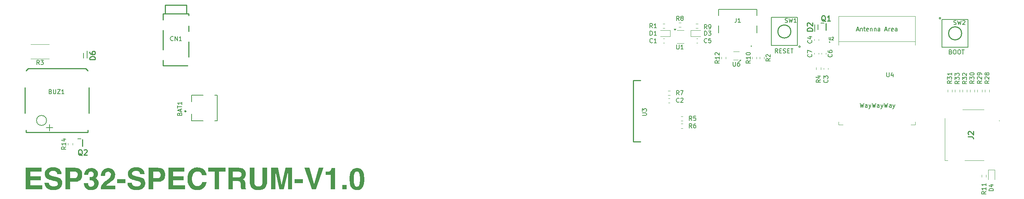
<source format=gbr>
%TF.GenerationSoftware,KiCad,Pcbnew,8.0.1*%
%TF.CreationDate,2024-05-05T16:25:59+01:00*%
%TF.ProjectId,esp32-s3-spectrum,65737033-322d-4733-932d-737065637472,rev?*%
%TF.SameCoordinates,Original*%
%TF.FileFunction,Legend,Top*%
%TF.FilePolarity,Positive*%
%FSLAX46Y46*%
G04 Gerber Fmt 4.6, Leading zero omitted, Abs format (unit mm)*
G04 Created by KiCad (PCBNEW 8.0.1) date 2024-05-05 16:25:59*
%MOMM*%
%LPD*%
G01*
G04 APERTURE LIST*
%ADD10C,0.200000*%
%ADD11C,0.150000*%
%ADD12C,0.254000*%
%ADD13C,0.120000*%
%ADD14C,0.250000*%
%ADD15C,0.127000*%
%ADD16C,0.300000*%
%ADD17C,0.100000*%
G04 APERTURE END LIST*
D10*
G36*
X35809316Y-60211584D02*
G01*
X33351011Y-60211584D01*
X33351011Y-61462107D01*
X36153698Y-61462107D01*
X36153698Y-62400000D01*
X32316643Y-62400000D01*
X32316643Y-57319748D01*
X36029134Y-57319748D01*
X36029134Y-58179483D01*
X33351011Y-58179483D01*
X33351011Y-59351849D01*
X35809316Y-59351849D01*
X35809316Y-60211584D01*
G37*
G36*
X38787857Y-61696580D02*
G01*
X39049121Y-61684902D01*
X39303572Y-61641759D01*
X39396022Y-61613538D01*
X39629794Y-61486717D01*
X39786940Y-61285230D01*
X39838890Y-61045710D01*
X39839323Y-61018806D01*
X39777284Y-60781316D01*
X39619504Y-60625575D01*
X39379244Y-60513042D01*
X39123237Y-60433150D01*
X38929518Y-60386217D01*
X38393405Y-60264096D01*
X38114281Y-60195245D01*
X37869504Y-60124248D01*
X37627341Y-60038704D01*
X37384682Y-59924427D01*
X37301639Y-59872086D01*
X37102261Y-59697501D01*
X36951852Y-59484699D01*
X36850414Y-59233678D01*
X36802443Y-58988100D01*
X36789951Y-58762002D01*
X36807339Y-58512331D01*
X36871578Y-58241667D01*
X36983151Y-57993210D01*
X37142057Y-57766958D01*
X37284542Y-57618946D01*
X37486286Y-57464143D01*
X37720573Y-57341368D01*
X37987404Y-57250621D01*
X38234622Y-57199465D01*
X38504440Y-57170550D01*
X38736566Y-57163433D01*
X38981131Y-57173570D01*
X39259339Y-57212496D01*
X39520889Y-57280617D01*
X39765780Y-57377932D01*
X39994014Y-57504443D01*
X40101884Y-57578646D01*
X40294983Y-57747717D01*
X40450216Y-57944438D01*
X40567581Y-58168807D01*
X40647079Y-58420826D01*
X40688710Y-58700493D01*
X40694173Y-58799860D01*
X39678122Y-58799860D01*
X39627175Y-58540161D01*
X39493996Y-58313998D01*
X39280006Y-58150174D01*
X39040181Y-58063353D01*
X38798152Y-58027633D01*
X38664515Y-58023168D01*
X38403430Y-58042937D01*
X38162717Y-58109598D01*
X38012386Y-58190474D01*
X37837075Y-58376572D01*
X37769097Y-58621167D01*
X37768143Y-58658199D01*
X37828288Y-58899084D01*
X38008722Y-59069748D01*
X38251133Y-59168972D01*
X38491322Y-59238739D01*
X38668178Y-59283461D01*
X39540125Y-59495952D01*
X39777738Y-59561418D01*
X40016238Y-59647399D01*
X40242400Y-59758360D01*
X40405966Y-59869644D01*
X40582504Y-60043869D01*
X40715682Y-60249184D01*
X40805500Y-60485586D01*
X40851957Y-60753078D01*
X40859036Y-60919888D01*
X40840360Y-61175756D01*
X40784333Y-61414880D01*
X40671758Y-61672696D01*
X40534801Y-61875542D01*
X40360491Y-62061643D01*
X40327808Y-62091032D01*
X40113643Y-62249156D01*
X39868651Y-62374564D01*
X39592833Y-62467257D01*
X39339437Y-62519510D01*
X39064634Y-62549045D01*
X38829378Y-62556315D01*
X38530574Y-62545313D01*
X38252402Y-62512308D01*
X37994862Y-62457300D01*
X37757954Y-62380288D01*
X37500898Y-62258830D01*
X37273551Y-62105687D01*
X37080981Y-61924766D01*
X36928253Y-61719974D01*
X36815367Y-61491311D01*
X36742323Y-61238777D01*
X36709122Y-60962373D01*
X36706908Y-60864933D01*
X37716852Y-60864933D01*
X37771069Y-61117907D01*
X37880406Y-61350129D01*
X37906140Y-61383949D01*
X38102966Y-61548813D01*
X38341289Y-61644984D01*
X38601789Y-61688948D01*
X38787857Y-61696580D01*
G37*
G36*
X44119807Y-57333702D02*
G01*
X44372985Y-57375562D01*
X44640902Y-57459669D01*
X44879250Y-57581761D01*
X45060013Y-57716643D01*
X45237028Y-57910612D01*
X45370564Y-58146305D01*
X45450420Y-58381537D01*
X45498334Y-58647423D01*
X45513862Y-58892411D01*
X45514305Y-58943963D01*
X45503214Y-59214544D01*
X45469941Y-59459187D01*
X45400732Y-59718518D01*
X45279617Y-59973863D01*
X45115025Y-60178368D01*
X45060013Y-60227459D01*
X44843212Y-60373544D01*
X44589245Y-60483747D01*
X44341978Y-60549650D01*
X44067405Y-60589192D01*
X43817736Y-60602006D01*
X43765526Y-60602372D01*
X42690858Y-60602372D01*
X42690858Y-62400000D01*
X41639392Y-62400000D01*
X41639392Y-58179483D01*
X42690858Y-58179483D01*
X42690858Y-59742637D01*
X43676378Y-59742637D01*
X43934207Y-59715847D01*
X44175969Y-59616871D01*
X44260118Y-59552128D01*
X44401202Y-59341821D01*
X44459248Y-59093839D01*
X44466503Y-58946406D01*
X44441972Y-58689926D01*
X44349725Y-58459370D01*
X44258897Y-58356559D01*
X44045218Y-58235511D01*
X43789453Y-58183806D01*
X43676378Y-58179483D01*
X42690858Y-58179483D01*
X41639392Y-58179483D01*
X41639392Y-57319748D01*
X43844905Y-57319748D01*
X44119807Y-57333702D01*
G37*
G36*
X47092114Y-58399302D02*
G01*
X46980583Y-58619926D01*
X46935622Y-58875443D01*
X46933356Y-58986706D01*
X46019888Y-58986706D01*
X46040956Y-58735945D01*
X46085690Y-58494132D01*
X46146894Y-58282065D01*
X46267497Y-58055556D01*
X46418537Y-57860066D01*
X46524249Y-57752058D01*
X46734909Y-57600322D01*
X46964566Y-57495225D01*
X46980983Y-57489497D01*
X47235769Y-57426886D01*
X47490621Y-57401126D01*
X47630669Y-57397906D01*
X47888827Y-57410872D01*
X48165376Y-57458774D01*
X48415395Y-57541971D01*
X48638883Y-57660465D01*
X48782274Y-57766713D01*
X48974081Y-57966305D01*
X49111086Y-58197496D01*
X49193289Y-58460286D01*
X49220262Y-58716148D01*
X49220690Y-58754675D01*
X49195169Y-59015972D01*
X49118604Y-59250316D01*
X48975429Y-59476965D01*
X48959351Y-59495952D01*
X48769628Y-59669660D01*
X48616189Y-59752407D01*
X48842466Y-59852860D01*
X49000872Y-59985659D01*
X49164896Y-60177542D01*
X49282056Y-60401482D01*
X49352353Y-60657479D01*
X49375418Y-60907773D01*
X49375785Y-60945533D01*
X49354806Y-61218134D01*
X49291869Y-61476008D01*
X49186975Y-61719156D01*
X49040122Y-61947578D01*
X48937369Y-62071493D01*
X48725935Y-62260403D01*
X48512614Y-62385396D01*
X48269669Y-62476300D01*
X47997099Y-62533115D01*
X47747329Y-62554421D01*
X47641660Y-62556315D01*
X47387075Y-62545744D01*
X47097287Y-62502799D01*
X46839103Y-62426819D01*
X46612523Y-62317804D01*
X46382343Y-62143380D01*
X46197672Y-61921386D01*
X46171318Y-61879762D01*
X46064897Y-61655618D01*
X45988809Y-61395346D01*
X45946639Y-61133662D01*
X45930739Y-60918667D01*
X46891835Y-60918667D01*
X46913033Y-61176356D01*
X46988311Y-61413258D01*
X47145523Y-61619062D01*
X47372001Y-61739437D01*
X47637997Y-61774738D01*
X47892090Y-61729926D01*
X48113984Y-61595491D01*
X48141137Y-61570795D01*
X48288064Y-61358218D01*
X48350823Y-61099709D01*
X48356071Y-60984612D01*
X48324482Y-60726100D01*
X48215289Y-60501177D01*
X48028100Y-60341847D01*
X47956734Y-60306838D01*
X47708794Y-60241723D01*
X47443472Y-60216142D01*
X47242323Y-60211584D01*
X47242323Y-59508164D01*
X47488117Y-59497860D01*
X47744915Y-59464887D01*
X47909106Y-59415352D01*
X48107802Y-59264456D01*
X48214791Y-59029754D01*
X48235170Y-58826727D01*
X48198409Y-58581291D01*
X48067864Y-58360223D01*
X47853142Y-58219196D01*
X47600139Y-58179483D01*
X47348979Y-58215762D01*
X47135314Y-58347782D01*
X47092114Y-58399302D01*
G37*
G36*
X52084438Y-58465247D02*
G01*
X51886569Y-58316233D01*
X51642336Y-58259465D01*
X51582519Y-58257641D01*
X51331073Y-58290199D01*
X51103011Y-58415220D01*
X50974354Y-58591032D01*
X50900471Y-58839549D01*
X50869902Y-59100469D01*
X50864445Y-59201639D01*
X49913119Y-59201639D01*
X49932453Y-58935325D01*
X49969085Y-58692035D01*
X50032130Y-58442183D01*
X50130061Y-58197044D01*
X50142707Y-58172156D01*
X50280058Y-57949105D01*
X50447104Y-57763860D01*
X50643846Y-57616420D01*
X50870284Y-57506785D01*
X51126417Y-57434955D01*
X51412245Y-57400930D01*
X51534891Y-57397906D01*
X51819396Y-57413319D01*
X52081232Y-57459558D01*
X52320399Y-57536624D01*
X52570777Y-57665494D01*
X52790300Y-57836322D01*
X52972548Y-58041210D01*
X53110033Y-58273331D01*
X53202756Y-58532682D01*
X53246606Y-58776658D01*
X53258025Y-58995254D01*
X53237417Y-59264074D01*
X53175593Y-59517323D01*
X53072553Y-59755002D01*
X52928297Y-59977110D01*
X52766009Y-60162034D01*
X52573453Y-60339273D01*
X52365312Y-60505416D01*
X52217550Y-60613363D01*
X51826762Y-60890579D01*
X51619561Y-61039844D01*
X51417594Y-61191811D01*
X51322400Y-61269155D01*
X51150252Y-61456115D01*
X51095254Y-61540265D01*
X53269016Y-61540265D01*
X53269016Y-62400000D01*
X49858164Y-62400000D01*
X49877551Y-62140110D01*
X49922278Y-61891669D01*
X49992345Y-61654677D01*
X50087752Y-61429134D01*
X50206880Y-61210480D01*
X50380472Y-60986215D01*
X50572613Y-60789523D01*
X50763296Y-60622465D01*
X50981767Y-60452544D01*
X51076936Y-60383775D01*
X51277053Y-60240091D01*
X51486339Y-60085302D01*
X51687963Y-59929025D01*
X51879875Y-59766565D01*
X51953768Y-59695010D01*
X52114768Y-59486783D01*
X52222995Y-59243960D01*
X52259071Y-58986706D01*
X52225645Y-58732421D01*
X52115647Y-58505107D01*
X52084438Y-58465247D01*
G37*
G36*
X53692777Y-59977110D02*
G01*
X55665038Y-59977110D01*
X55665038Y-60915003D01*
X53692777Y-60915003D01*
X53692777Y-59977110D01*
G37*
G36*
X58234473Y-61696580D02*
G01*
X58495736Y-61684902D01*
X58750188Y-61641759D01*
X58842637Y-61613538D01*
X59076409Y-61486717D01*
X59233556Y-61285230D01*
X59285505Y-61045710D01*
X59285938Y-61018806D01*
X59223899Y-60781316D01*
X59066120Y-60625575D01*
X58825860Y-60513042D01*
X58569852Y-60433150D01*
X58376133Y-60386217D01*
X57840020Y-60264096D01*
X57560897Y-60195245D01*
X57316120Y-60124248D01*
X57073957Y-60038704D01*
X56831297Y-59924427D01*
X56748255Y-59872086D01*
X56548876Y-59697501D01*
X56398468Y-59484699D01*
X56297029Y-59233678D01*
X56249059Y-58988100D01*
X56236566Y-58762002D01*
X56253954Y-58512331D01*
X56318193Y-58241667D01*
X56429766Y-57993210D01*
X56588673Y-57766958D01*
X56731158Y-57618946D01*
X56932902Y-57464143D01*
X57167189Y-57341368D01*
X57434019Y-57250621D01*
X57681238Y-57199465D01*
X57951056Y-57170550D01*
X58183182Y-57163433D01*
X58427746Y-57173570D01*
X58705954Y-57212496D01*
X58967504Y-57280617D01*
X59212396Y-57377932D01*
X59440629Y-57504443D01*
X59548499Y-57578646D01*
X59741599Y-57747717D01*
X59896831Y-57944438D01*
X60014197Y-58168807D01*
X60093695Y-58420826D01*
X60135326Y-58700493D01*
X60140788Y-58799860D01*
X59124738Y-58799860D01*
X59073790Y-58540161D01*
X58940611Y-58313998D01*
X58726622Y-58150174D01*
X58486796Y-58063353D01*
X58244767Y-58027633D01*
X58111130Y-58023168D01*
X57850045Y-58042937D01*
X57609333Y-58109598D01*
X57459002Y-58190474D01*
X57283691Y-58376572D01*
X57215713Y-58621167D01*
X57214759Y-58658199D01*
X57274904Y-58899084D01*
X57455338Y-59069748D01*
X57697749Y-59168972D01*
X57937937Y-59238739D01*
X58114794Y-59283461D01*
X58986741Y-59495952D01*
X59224354Y-59561418D01*
X59462853Y-59647399D01*
X59689015Y-59758360D01*
X59852581Y-59869644D01*
X60029120Y-60043869D01*
X60162298Y-60249184D01*
X60252115Y-60485586D01*
X60298573Y-60753078D01*
X60305652Y-60919888D01*
X60286976Y-61175756D01*
X60230948Y-61414880D01*
X60118373Y-61672696D01*
X59981416Y-61875542D01*
X59807107Y-62061643D01*
X59774424Y-62091032D01*
X59560258Y-62249156D01*
X59315266Y-62374564D01*
X59039448Y-62467257D01*
X58786052Y-62519510D01*
X58511249Y-62549045D01*
X58275994Y-62556315D01*
X57977190Y-62545313D01*
X57699018Y-62512308D01*
X57441478Y-62457300D01*
X57204569Y-62380288D01*
X56947513Y-62258830D01*
X56720167Y-62105687D01*
X56527597Y-61924766D01*
X56374869Y-61719974D01*
X56261983Y-61491311D01*
X56188939Y-61238777D01*
X56155737Y-60962373D01*
X56153524Y-60864933D01*
X57163468Y-60864933D01*
X57217684Y-61117907D01*
X57327021Y-61350129D01*
X57352756Y-61383949D01*
X57549581Y-61548813D01*
X57787904Y-61644984D01*
X58048404Y-61688948D01*
X58234473Y-61696580D01*
G37*
G36*
X63566423Y-57333702D02*
G01*
X63819601Y-57375562D01*
X64087518Y-57459669D01*
X64325865Y-57581761D01*
X64506629Y-57716643D01*
X64683643Y-57910612D01*
X64817180Y-58146305D01*
X64897036Y-58381537D01*
X64944949Y-58647423D01*
X64960477Y-58892411D01*
X64960921Y-58943963D01*
X64949830Y-59214544D01*
X64916556Y-59459187D01*
X64847348Y-59718518D01*
X64726233Y-59973863D01*
X64561641Y-60178368D01*
X64506629Y-60227459D01*
X64289828Y-60373544D01*
X64035860Y-60483747D01*
X63788593Y-60549650D01*
X63514020Y-60589192D01*
X63264351Y-60602006D01*
X63212142Y-60602372D01*
X62137473Y-60602372D01*
X62137473Y-62400000D01*
X61086008Y-62400000D01*
X61086008Y-58179483D01*
X62137473Y-58179483D01*
X62137473Y-59742637D01*
X63122993Y-59742637D01*
X63380822Y-59715847D01*
X63622584Y-59616871D01*
X63706734Y-59552128D01*
X63847817Y-59341821D01*
X63905863Y-59093839D01*
X63913119Y-58946406D01*
X63888587Y-58689926D01*
X63796340Y-58459370D01*
X63705512Y-58356559D01*
X63491833Y-58235511D01*
X63236069Y-58183806D01*
X63122993Y-58179483D01*
X62137473Y-58179483D01*
X61086008Y-58179483D01*
X61086008Y-57319748D01*
X63291521Y-57319748D01*
X63566423Y-57333702D01*
G37*
G36*
X69251046Y-60211584D02*
G01*
X66792742Y-60211584D01*
X66792742Y-61462107D01*
X69595429Y-61462107D01*
X69595429Y-62400000D01*
X65758374Y-62400000D01*
X65758374Y-57319748D01*
X69470865Y-57319748D01*
X69470865Y-58179483D01*
X66792742Y-58179483D01*
X66792742Y-59351849D01*
X69251046Y-59351849D01*
X69251046Y-60211584D01*
G37*
G36*
X73964933Y-62023866D02*
G01*
X73741322Y-62204815D01*
X73495472Y-62348327D01*
X73227382Y-62454401D01*
X72986985Y-62514197D01*
X72731144Y-62547995D01*
X72515352Y-62556315D01*
X72249700Y-62545343D01*
X71998626Y-62512428D01*
X71705284Y-62440425D01*
X71434720Y-62334135D01*
X71186936Y-62193558D01*
X70961929Y-62018694D01*
X70798325Y-61854117D01*
X70618196Y-61620422D01*
X70468597Y-61361266D01*
X70370900Y-61135609D01*
X70292742Y-60893656D01*
X70234124Y-60635407D01*
X70195045Y-60360863D01*
X70175505Y-60070023D01*
X70173063Y-59918492D01*
X70184168Y-59595538D01*
X70217485Y-59291628D01*
X70273012Y-59006760D01*
X70350750Y-58740936D01*
X70450698Y-58494156D01*
X70572858Y-58266418D01*
X70717228Y-58057724D01*
X70883810Y-57868073D01*
X71085143Y-57687593D01*
X71302934Y-57537702D01*
X71537183Y-57418401D01*
X71787890Y-57329690D01*
X72055054Y-57271569D01*
X72338677Y-57244038D01*
X72456734Y-57241591D01*
X72765357Y-57255196D01*
X73052534Y-57296011D01*
X73318262Y-57364036D01*
X73562543Y-57459272D01*
X73785377Y-57581718D01*
X73986762Y-57731374D01*
X74166701Y-57908240D01*
X74325191Y-58112316D01*
X74469371Y-58348698D01*
X74575846Y-58585232D01*
X74644615Y-58821918D01*
X74675680Y-59058757D01*
X73618108Y-59058757D01*
X73532184Y-58810889D01*
X73411537Y-58585088D01*
X73353105Y-58509211D01*
X73145785Y-58335331D01*
X72912700Y-58233901D01*
X72668533Y-58187533D01*
X72498255Y-58179483D01*
X72224703Y-58208258D01*
X71981681Y-58294583D01*
X71769190Y-58438457D01*
X71587229Y-58639881D01*
X71457799Y-58859003D01*
X71360160Y-59114590D01*
X71301770Y-59362687D01*
X71266737Y-59637575D01*
X71255383Y-59887113D01*
X71255059Y-59939253D01*
X71263645Y-60191880D01*
X71296618Y-60467798D01*
X71354321Y-60714006D01*
X71452896Y-60963699D01*
X71585130Y-61172953D01*
X71606769Y-61199546D01*
X71794607Y-61382804D01*
X72006411Y-61513703D01*
X72242182Y-61592243D01*
X72501919Y-61618422D01*
X72763258Y-61595677D01*
X73017853Y-61515714D01*
X73230716Y-61378177D01*
X73349441Y-61254501D01*
X73480808Y-61045897D01*
X73576291Y-60807188D01*
X73618108Y-60667096D01*
X74665910Y-60667096D01*
X74612410Y-60918537D01*
X74538160Y-61155368D01*
X74421667Y-61420280D01*
X74275293Y-61664156D01*
X74099038Y-61886994D01*
X73964933Y-62023866D01*
G37*
G36*
X79122121Y-57319748D02*
G01*
X79122121Y-58179483D01*
X77607815Y-58179483D01*
X77607815Y-62400000D01*
X76542916Y-62400000D01*
X76542916Y-58179483D01*
X75021284Y-58179483D01*
X75021284Y-57319748D01*
X79122121Y-57319748D01*
G37*
G36*
X82476109Y-57332189D02*
G01*
X82721677Y-57362790D01*
X82969079Y-57424067D01*
X83044661Y-57452861D01*
X83263325Y-57570239D01*
X83452966Y-57725912D01*
X83530704Y-57810676D01*
X83678166Y-58016451D01*
X83790823Y-58242986D01*
X83860071Y-58479585D01*
X83886451Y-58726556D01*
X83887299Y-58782763D01*
X83865798Y-59032500D01*
X83801294Y-59279640D01*
X83705338Y-59502058D01*
X83552245Y-59720311D01*
X83343162Y-59889789D01*
X83104501Y-60001535D01*
X83338516Y-60122607D01*
X83526917Y-60291364D01*
X83600314Y-60398429D01*
X83689615Y-60629640D01*
X83732548Y-60880299D01*
X83746716Y-61150961D01*
X83746859Y-61183670D01*
X83746859Y-61520725D01*
X83752002Y-61779518D01*
X83773726Y-61987229D01*
X83882767Y-62206308D01*
X83966678Y-62274214D01*
X83966678Y-62400000D01*
X82801639Y-62400000D01*
X82738861Y-62158905D01*
X82733251Y-62132554D01*
X82698311Y-61880696D01*
X82689288Y-61703907D01*
X82681960Y-61241067D01*
X82662044Y-60973760D01*
X82595641Y-60735165D01*
X82504884Y-60604815D01*
X82280540Y-60490862D01*
X82033138Y-60451638D01*
X81868632Y-60446057D01*
X80775645Y-60446057D01*
X80775645Y-62400000D01*
X79741277Y-62400000D01*
X79741277Y-58179483D01*
X80775645Y-58179483D01*
X80775645Y-59586322D01*
X81974877Y-59586322D01*
X82235184Y-59572214D01*
X82474771Y-59516114D01*
X82509769Y-59500837D01*
X82702511Y-59348052D01*
X82806295Y-59113178D01*
X82826064Y-58910990D01*
X82801914Y-58667913D01*
X82706804Y-58438247D01*
X82520760Y-58272295D01*
X82272949Y-58197248D01*
X82026688Y-58179574D01*
X82005408Y-58179483D01*
X80775645Y-58179483D01*
X79741277Y-58179483D01*
X79741277Y-57319748D01*
X82225226Y-57319748D01*
X82476109Y-57332189D01*
G37*
G36*
X87763433Y-60487578D02*
G01*
X87763433Y-57319748D01*
X88839323Y-57319748D01*
X88839323Y-60457048D01*
X88833211Y-60702769D01*
X88809740Y-60974337D01*
X88768667Y-61220488D01*
X88698501Y-61475540D01*
X88588974Y-61724668D01*
X88422118Y-61964254D01*
X88213880Y-62163232D01*
X87964258Y-62321602D01*
X87734765Y-62419061D01*
X87478787Y-62490530D01*
X87196324Y-62536011D01*
X86887376Y-62555503D01*
X86806001Y-62556315D01*
X86490374Y-62543320D01*
X86201118Y-62504337D01*
X85938233Y-62439365D01*
X85701718Y-62348403D01*
X85443158Y-62198154D01*
X85225802Y-62007298D01*
X85049650Y-61775834D01*
X85019364Y-61724668D01*
X84909837Y-61475540D01*
X84839671Y-61220488D01*
X84798598Y-60974337D01*
X84775128Y-60702769D01*
X84769016Y-60457048D01*
X84769016Y-57319748D01*
X85843684Y-57319748D01*
X85843684Y-60487578D01*
X85851393Y-60735256D01*
X85882710Y-60994406D01*
X85952091Y-61231398D01*
X85967027Y-61263049D01*
X86111304Y-61472617D01*
X86327065Y-61613600D01*
X86578865Y-61681339D01*
X86804780Y-61696580D01*
X87064307Y-61675835D01*
X87308244Y-61601322D01*
X87515526Y-61452719D01*
X87640090Y-61263049D01*
X87719950Y-61017238D01*
X87753676Y-60763693D01*
X87763433Y-60487578D01*
G37*
G36*
X90788381Y-62400000D02*
G01*
X89802861Y-62400000D01*
X89802861Y-57319748D01*
X91341591Y-57319748D01*
X92261165Y-61314340D01*
X93174633Y-57319748D01*
X94697487Y-57319748D01*
X94697487Y-62400000D01*
X93710746Y-62400000D01*
X93710746Y-58963503D01*
X93712324Y-58718543D01*
X93714410Y-58549511D01*
X93717268Y-58299816D01*
X93718073Y-58136741D01*
X92759420Y-62400000D01*
X91732379Y-62400000D01*
X90781053Y-58136741D01*
X90782785Y-58394283D01*
X90784717Y-58549511D01*
X90787576Y-58798943D01*
X90788381Y-58963503D01*
X90788381Y-62400000D01*
G37*
G36*
X95272679Y-59977110D02*
G01*
X97244940Y-59977110D01*
X97244940Y-60915003D01*
X95272679Y-60915003D01*
X95272679Y-59977110D01*
G37*
G36*
X97602756Y-57319748D02*
G01*
X98733600Y-57319748D01*
X99832693Y-61176343D01*
X100941556Y-57319748D01*
X102040648Y-57319748D01*
X100312630Y-62400000D01*
X99313677Y-62400000D01*
X97602756Y-57319748D01*
G37*
G36*
X104768841Y-62400000D02*
G01*
X103765003Y-62400000D01*
X103765003Y-58961060D01*
X102593859Y-58961060D01*
X102593859Y-58257641D01*
X102856706Y-58242638D01*
X103100338Y-58219282D01*
X103243545Y-58195359D01*
X103481099Y-58113480D01*
X103688932Y-57969725D01*
X103724703Y-57934019D01*
X103864025Y-57720390D01*
X103916434Y-57577424D01*
X103954291Y-57378367D01*
X104768841Y-57378367D01*
X104768841Y-62400000D01*
G37*
G36*
X106439462Y-61383949D02*
G01*
X107479937Y-61383949D01*
X107479937Y-62400000D01*
X106439462Y-62400000D01*
X106439462Y-61383949D01*
G37*
G36*
X110165520Y-57414334D02*
G01*
X110421308Y-57463618D01*
X110691730Y-57566128D01*
X110922311Y-57715951D01*
X111113049Y-57913087D01*
X111218073Y-58070795D01*
X111327840Y-58294525D01*
X111419001Y-58545924D01*
X111491559Y-58824990D01*
X111536209Y-59068165D01*
X111568953Y-59329046D01*
X111589790Y-59607636D01*
X111598720Y-59903933D01*
X111599092Y-59980774D01*
X111593101Y-60281174D01*
X111575126Y-60563828D01*
X111545168Y-60828736D01*
X111503227Y-61075898D01*
X111433949Y-61359896D01*
X111345948Y-61616166D01*
X111239223Y-61844708D01*
X111215631Y-61887090D01*
X111052284Y-62114522D01*
X110848923Y-62294899D01*
X110605549Y-62428221D01*
X110372170Y-62503378D01*
X110111005Y-62545858D01*
X109882065Y-62556315D01*
X109598288Y-62539976D01*
X109342298Y-62490961D01*
X109071789Y-62389009D01*
X108841295Y-62240001D01*
X108650814Y-62043939D01*
X108546057Y-61887090D01*
X108435939Y-61664093D01*
X108344485Y-61413368D01*
X108271695Y-61134916D01*
X108226901Y-60892190D01*
X108194052Y-60631718D01*
X108173149Y-60353501D01*
X108164190Y-60057538D01*
X108163817Y-59980774D01*
X108163914Y-59975889D01*
X109162770Y-59975889D01*
X109166199Y-60238737D01*
X109179365Y-60527706D01*
X109202406Y-60787825D01*
X109241767Y-61054832D01*
X109303210Y-61311898D01*
X109406174Y-61535634D01*
X109595251Y-61709651D01*
X109853883Y-61774286D01*
X109880844Y-61774738D01*
X110124753Y-61729300D01*
X110325282Y-61574357D01*
X110445973Y-61338081D01*
X110454815Y-61309455D01*
X110513586Y-61053458D01*
X110551236Y-60787136D01*
X110573275Y-60527418D01*
X110585869Y-60238677D01*
X110589148Y-59975889D01*
X110585839Y-59701295D01*
X110575910Y-59449956D01*
X110555259Y-59179047D01*
X110519120Y-58905311D01*
X110461933Y-58648284D01*
X110453593Y-58620341D01*
X110339415Y-58387858D01*
X110145772Y-58231577D01*
X109880844Y-58179483D01*
X109637102Y-58222536D01*
X109435379Y-58369345D01*
X109312351Y-58593218D01*
X109303210Y-58620341D01*
X109241767Y-58869927D01*
X109202406Y-59137151D01*
X109179365Y-59402479D01*
X109167707Y-59649167D01*
X109162907Y-59919110D01*
X109162770Y-59975889D01*
X108163914Y-59975889D01*
X108169789Y-59680050D01*
X108187707Y-59397034D01*
X108217569Y-59131725D01*
X108259377Y-58884124D01*
X108328434Y-58599524D01*
X108416155Y-58342592D01*
X108522540Y-58113328D01*
X108546057Y-58070795D01*
X108709862Y-57842118D01*
X108913680Y-57660753D01*
X109157513Y-57526701D01*
X109391273Y-57451133D01*
X109652820Y-57408420D01*
X109882065Y-57397906D01*
X110165520Y-57414334D01*
G37*
X208441101Y-30367219D02*
X208107768Y-29891028D01*
X207869673Y-30367219D02*
X207869673Y-29367219D01*
X207869673Y-29367219D02*
X208250625Y-29367219D01*
X208250625Y-29367219D02*
X208345863Y-29414838D01*
X208345863Y-29414838D02*
X208393482Y-29462457D01*
X208393482Y-29462457D02*
X208441101Y-29557695D01*
X208441101Y-29557695D02*
X208441101Y-29700552D01*
X208441101Y-29700552D02*
X208393482Y-29795790D01*
X208393482Y-29795790D02*
X208345863Y-29843409D01*
X208345863Y-29843409D02*
X208250625Y-29891028D01*
X208250625Y-29891028D02*
X207869673Y-29891028D01*
X208869673Y-29843409D02*
X209203006Y-29843409D01*
X209345863Y-30367219D02*
X208869673Y-30367219D01*
X208869673Y-30367219D02*
X208869673Y-29367219D01*
X208869673Y-29367219D02*
X209345863Y-29367219D01*
X209726816Y-30319600D02*
X209869673Y-30367219D01*
X209869673Y-30367219D02*
X210107768Y-30367219D01*
X210107768Y-30367219D02*
X210203006Y-30319600D01*
X210203006Y-30319600D02*
X210250625Y-30271980D01*
X210250625Y-30271980D02*
X210298244Y-30176742D01*
X210298244Y-30176742D02*
X210298244Y-30081504D01*
X210298244Y-30081504D02*
X210250625Y-29986266D01*
X210250625Y-29986266D02*
X210203006Y-29938647D01*
X210203006Y-29938647D02*
X210107768Y-29891028D01*
X210107768Y-29891028D02*
X209917292Y-29843409D01*
X209917292Y-29843409D02*
X209822054Y-29795790D01*
X209822054Y-29795790D02*
X209774435Y-29748171D01*
X209774435Y-29748171D02*
X209726816Y-29652933D01*
X209726816Y-29652933D02*
X209726816Y-29557695D01*
X209726816Y-29557695D02*
X209774435Y-29462457D01*
X209774435Y-29462457D02*
X209822054Y-29414838D01*
X209822054Y-29414838D02*
X209917292Y-29367219D01*
X209917292Y-29367219D02*
X210155387Y-29367219D01*
X210155387Y-29367219D02*
X210298244Y-29414838D01*
X210726816Y-29843409D02*
X211060149Y-29843409D01*
X211203006Y-30367219D02*
X210726816Y-30367219D01*
X210726816Y-30367219D02*
X210726816Y-29367219D01*
X210726816Y-29367219D02*
X211203006Y-29367219D01*
X211488721Y-29367219D02*
X212060149Y-29367219D01*
X211774435Y-30367219D02*
X211774435Y-29367219D01*
X248953006Y-30093409D02*
X249095863Y-30141028D01*
X249095863Y-30141028D02*
X249143482Y-30188647D01*
X249143482Y-30188647D02*
X249191101Y-30283885D01*
X249191101Y-30283885D02*
X249191101Y-30426742D01*
X249191101Y-30426742D02*
X249143482Y-30521980D01*
X249143482Y-30521980D02*
X249095863Y-30569600D01*
X249095863Y-30569600D02*
X249000625Y-30617219D01*
X249000625Y-30617219D02*
X248619673Y-30617219D01*
X248619673Y-30617219D02*
X248619673Y-29617219D01*
X248619673Y-29617219D02*
X248953006Y-29617219D01*
X248953006Y-29617219D02*
X249048244Y-29664838D01*
X249048244Y-29664838D02*
X249095863Y-29712457D01*
X249095863Y-29712457D02*
X249143482Y-29807695D01*
X249143482Y-29807695D02*
X249143482Y-29902933D01*
X249143482Y-29902933D02*
X249095863Y-29998171D01*
X249095863Y-29998171D02*
X249048244Y-30045790D01*
X249048244Y-30045790D02*
X248953006Y-30093409D01*
X248953006Y-30093409D02*
X248619673Y-30093409D01*
X249810149Y-29617219D02*
X250000625Y-29617219D01*
X250000625Y-29617219D02*
X250095863Y-29664838D01*
X250095863Y-29664838D02*
X250191101Y-29760076D01*
X250191101Y-29760076D02*
X250238720Y-29950552D01*
X250238720Y-29950552D02*
X250238720Y-30283885D01*
X250238720Y-30283885D02*
X250191101Y-30474361D01*
X250191101Y-30474361D02*
X250095863Y-30569600D01*
X250095863Y-30569600D02*
X250000625Y-30617219D01*
X250000625Y-30617219D02*
X249810149Y-30617219D01*
X249810149Y-30617219D02*
X249714911Y-30569600D01*
X249714911Y-30569600D02*
X249619673Y-30474361D01*
X249619673Y-30474361D02*
X249572054Y-30283885D01*
X249572054Y-30283885D02*
X249572054Y-29950552D01*
X249572054Y-29950552D02*
X249619673Y-29760076D01*
X249619673Y-29760076D02*
X249714911Y-29664838D01*
X249714911Y-29664838D02*
X249810149Y-29617219D01*
X250857768Y-29617219D02*
X251048244Y-29617219D01*
X251048244Y-29617219D02*
X251143482Y-29664838D01*
X251143482Y-29664838D02*
X251238720Y-29760076D01*
X251238720Y-29760076D02*
X251286339Y-29950552D01*
X251286339Y-29950552D02*
X251286339Y-30283885D01*
X251286339Y-30283885D02*
X251238720Y-30474361D01*
X251238720Y-30474361D02*
X251143482Y-30569600D01*
X251143482Y-30569600D02*
X251048244Y-30617219D01*
X251048244Y-30617219D02*
X250857768Y-30617219D01*
X250857768Y-30617219D02*
X250762530Y-30569600D01*
X250762530Y-30569600D02*
X250667292Y-30474361D01*
X250667292Y-30474361D02*
X250619673Y-30283885D01*
X250619673Y-30283885D02*
X250619673Y-29950552D01*
X250619673Y-29950552D02*
X250667292Y-29760076D01*
X250667292Y-29760076D02*
X250762530Y-29664838D01*
X250762530Y-29664838D02*
X250857768Y-29617219D01*
X251572054Y-29617219D02*
X252143482Y-29617219D01*
X251857768Y-30617219D02*
X251857768Y-29617219D01*
D11*
X227741541Y-42119819D02*
X227979636Y-43119819D01*
X227979636Y-43119819D02*
X228170112Y-42405533D01*
X228170112Y-42405533D02*
X228360588Y-43119819D01*
X228360588Y-43119819D02*
X228598684Y-42119819D01*
X229408207Y-43119819D02*
X229408207Y-42596009D01*
X229408207Y-42596009D02*
X229360588Y-42500771D01*
X229360588Y-42500771D02*
X229265350Y-42453152D01*
X229265350Y-42453152D02*
X229074874Y-42453152D01*
X229074874Y-42453152D02*
X228979636Y-42500771D01*
X229408207Y-43072200D02*
X229312969Y-43119819D01*
X229312969Y-43119819D02*
X229074874Y-43119819D01*
X229074874Y-43119819D02*
X228979636Y-43072200D01*
X228979636Y-43072200D02*
X228932017Y-42976961D01*
X228932017Y-42976961D02*
X228932017Y-42881723D01*
X228932017Y-42881723D02*
X228979636Y-42786485D01*
X228979636Y-42786485D02*
X229074874Y-42738866D01*
X229074874Y-42738866D02*
X229312969Y-42738866D01*
X229312969Y-42738866D02*
X229408207Y-42691247D01*
X229789160Y-42453152D02*
X230027255Y-43119819D01*
X230265350Y-42453152D02*
X230027255Y-43119819D01*
X230027255Y-43119819D02*
X229932017Y-43357914D01*
X229932017Y-43357914D02*
X229884398Y-43405533D01*
X229884398Y-43405533D02*
X229789160Y-43453152D01*
X230551065Y-42119819D02*
X230789160Y-43119819D01*
X230789160Y-43119819D02*
X230979636Y-42405533D01*
X230979636Y-42405533D02*
X231170112Y-43119819D01*
X231170112Y-43119819D02*
X231408208Y-42119819D01*
X232217731Y-43119819D02*
X232217731Y-42596009D01*
X232217731Y-42596009D02*
X232170112Y-42500771D01*
X232170112Y-42500771D02*
X232074874Y-42453152D01*
X232074874Y-42453152D02*
X231884398Y-42453152D01*
X231884398Y-42453152D02*
X231789160Y-42500771D01*
X232217731Y-43072200D02*
X232122493Y-43119819D01*
X232122493Y-43119819D02*
X231884398Y-43119819D01*
X231884398Y-43119819D02*
X231789160Y-43072200D01*
X231789160Y-43072200D02*
X231741541Y-42976961D01*
X231741541Y-42976961D02*
X231741541Y-42881723D01*
X231741541Y-42881723D02*
X231789160Y-42786485D01*
X231789160Y-42786485D02*
X231884398Y-42738866D01*
X231884398Y-42738866D02*
X232122493Y-42738866D01*
X232122493Y-42738866D02*
X232217731Y-42691247D01*
X232598684Y-42453152D02*
X232836779Y-43119819D01*
X233074874Y-42453152D02*
X232836779Y-43119819D01*
X232836779Y-43119819D02*
X232741541Y-43357914D01*
X232741541Y-43357914D02*
X232693922Y-43405533D01*
X232693922Y-43405533D02*
X232598684Y-43453152D01*
X233360589Y-42119819D02*
X233598684Y-43119819D01*
X233598684Y-43119819D02*
X233789160Y-42405533D01*
X233789160Y-42405533D02*
X233979636Y-43119819D01*
X233979636Y-43119819D02*
X234217732Y-42119819D01*
X235027255Y-43119819D02*
X235027255Y-42596009D01*
X235027255Y-42596009D02*
X234979636Y-42500771D01*
X234979636Y-42500771D02*
X234884398Y-42453152D01*
X234884398Y-42453152D02*
X234693922Y-42453152D01*
X234693922Y-42453152D02*
X234598684Y-42500771D01*
X235027255Y-43072200D02*
X234932017Y-43119819D01*
X234932017Y-43119819D02*
X234693922Y-43119819D01*
X234693922Y-43119819D02*
X234598684Y-43072200D01*
X234598684Y-43072200D02*
X234551065Y-42976961D01*
X234551065Y-42976961D02*
X234551065Y-42881723D01*
X234551065Y-42881723D02*
X234598684Y-42786485D01*
X234598684Y-42786485D02*
X234693922Y-42738866D01*
X234693922Y-42738866D02*
X234932017Y-42738866D01*
X234932017Y-42738866D02*
X235027255Y-42691247D01*
X235408208Y-42453152D02*
X235646303Y-43119819D01*
X235884398Y-42453152D02*
X235646303Y-43119819D01*
X235646303Y-43119819D02*
X235551065Y-43357914D01*
X235551065Y-43357914D02*
X235503446Y-43405533D01*
X235503446Y-43405533D02*
X235408208Y-43453152D01*
X185333333Y-41859580D02*
X185285714Y-41907200D01*
X185285714Y-41907200D02*
X185142857Y-41954819D01*
X185142857Y-41954819D02*
X185047619Y-41954819D01*
X185047619Y-41954819D02*
X184904762Y-41907200D01*
X184904762Y-41907200D02*
X184809524Y-41811961D01*
X184809524Y-41811961D02*
X184761905Y-41716723D01*
X184761905Y-41716723D02*
X184714286Y-41526247D01*
X184714286Y-41526247D02*
X184714286Y-41383390D01*
X184714286Y-41383390D02*
X184761905Y-41192914D01*
X184761905Y-41192914D02*
X184809524Y-41097676D01*
X184809524Y-41097676D02*
X184904762Y-41002438D01*
X184904762Y-41002438D02*
X185047619Y-40954819D01*
X185047619Y-40954819D02*
X185142857Y-40954819D01*
X185142857Y-40954819D02*
X185285714Y-41002438D01*
X185285714Y-41002438D02*
X185333333Y-41050057D01*
X185714286Y-41050057D02*
X185761905Y-41002438D01*
X185761905Y-41002438D02*
X185857143Y-40954819D01*
X185857143Y-40954819D02*
X186095238Y-40954819D01*
X186095238Y-40954819D02*
X186190476Y-41002438D01*
X186190476Y-41002438D02*
X186238095Y-41050057D01*
X186238095Y-41050057D02*
X186285714Y-41145295D01*
X186285714Y-41145295D02*
X186285714Y-41240533D01*
X186285714Y-41240533D02*
X186238095Y-41383390D01*
X186238095Y-41383390D02*
X185666667Y-41954819D01*
X185666667Y-41954819D02*
X186285714Y-41954819D01*
X35470833Y-33074819D02*
X35137500Y-32598628D01*
X34899405Y-33074819D02*
X34899405Y-32074819D01*
X34899405Y-32074819D02*
X35280357Y-32074819D01*
X35280357Y-32074819D02*
X35375595Y-32122438D01*
X35375595Y-32122438D02*
X35423214Y-32170057D01*
X35423214Y-32170057D02*
X35470833Y-32265295D01*
X35470833Y-32265295D02*
X35470833Y-32408152D01*
X35470833Y-32408152D02*
X35423214Y-32503390D01*
X35423214Y-32503390D02*
X35375595Y-32551009D01*
X35375595Y-32551009D02*
X35280357Y-32598628D01*
X35280357Y-32598628D02*
X34899405Y-32598628D01*
X35804167Y-32074819D02*
X36423214Y-32074819D01*
X36423214Y-32074819D02*
X36089881Y-32455771D01*
X36089881Y-32455771D02*
X36232738Y-32455771D01*
X36232738Y-32455771D02*
X36327976Y-32503390D01*
X36327976Y-32503390D02*
X36375595Y-32551009D01*
X36375595Y-32551009D02*
X36423214Y-32646247D01*
X36423214Y-32646247D02*
X36423214Y-32884342D01*
X36423214Y-32884342D02*
X36375595Y-32979580D01*
X36375595Y-32979580D02*
X36327976Y-33027200D01*
X36327976Y-33027200D02*
X36232738Y-33074819D01*
X36232738Y-33074819D02*
X35947024Y-33074819D01*
X35947024Y-33074819D02*
X35851786Y-33027200D01*
X35851786Y-33027200D02*
X35804167Y-32979580D01*
X216359580Y-30666666D02*
X216407200Y-30714285D01*
X216407200Y-30714285D02*
X216454819Y-30857142D01*
X216454819Y-30857142D02*
X216454819Y-30952380D01*
X216454819Y-30952380D02*
X216407200Y-31095237D01*
X216407200Y-31095237D02*
X216311961Y-31190475D01*
X216311961Y-31190475D02*
X216216723Y-31238094D01*
X216216723Y-31238094D02*
X216026247Y-31285713D01*
X216026247Y-31285713D02*
X215883390Y-31285713D01*
X215883390Y-31285713D02*
X215692914Y-31238094D01*
X215692914Y-31238094D02*
X215597676Y-31190475D01*
X215597676Y-31190475D02*
X215502438Y-31095237D01*
X215502438Y-31095237D02*
X215454819Y-30952380D01*
X215454819Y-30952380D02*
X215454819Y-30857142D01*
X215454819Y-30857142D02*
X215502438Y-30714285D01*
X215502438Y-30714285D02*
X215550057Y-30666666D01*
X215454819Y-30333332D02*
X215454819Y-29666666D01*
X215454819Y-29666666D02*
X216454819Y-30095237D01*
X188333333Y-46204819D02*
X188000000Y-45728628D01*
X187761905Y-46204819D02*
X187761905Y-45204819D01*
X187761905Y-45204819D02*
X188142857Y-45204819D01*
X188142857Y-45204819D02*
X188238095Y-45252438D01*
X188238095Y-45252438D02*
X188285714Y-45300057D01*
X188285714Y-45300057D02*
X188333333Y-45395295D01*
X188333333Y-45395295D02*
X188333333Y-45538152D01*
X188333333Y-45538152D02*
X188285714Y-45633390D01*
X188285714Y-45633390D02*
X188238095Y-45681009D01*
X188238095Y-45681009D02*
X188142857Y-45728628D01*
X188142857Y-45728628D02*
X187761905Y-45728628D01*
X189238095Y-45204819D02*
X188761905Y-45204819D01*
X188761905Y-45204819D02*
X188714286Y-45681009D01*
X188714286Y-45681009D02*
X188761905Y-45633390D01*
X188761905Y-45633390D02*
X188857143Y-45585771D01*
X188857143Y-45585771D02*
X189095238Y-45585771D01*
X189095238Y-45585771D02*
X189190476Y-45633390D01*
X189190476Y-45633390D02*
X189238095Y-45681009D01*
X189238095Y-45681009D02*
X189285714Y-45776247D01*
X189285714Y-45776247D02*
X189285714Y-46014342D01*
X189285714Y-46014342D02*
X189238095Y-46109580D01*
X189238095Y-46109580D02*
X189190476Y-46157200D01*
X189190476Y-46157200D02*
X189095238Y-46204819D01*
X189095238Y-46204819D02*
X188857143Y-46204819D01*
X188857143Y-46204819D02*
X188761905Y-46157200D01*
X188761905Y-46157200D02*
X188714286Y-46109580D01*
X66809523Y-27359580D02*
X66761904Y-27407200D01*
X66761904Y-27407200D02*
X66619047Y-27454819D01*
X66619047Y-27454819D02*
X66523809Y-27454819D01*
X66523809Y-27454819D02*
X66380952Y-27407200D01*
X66380952Y-27407200D02*
X66285714Y-27311961D01*
X66285714Y-27311961D02*
X66238095Y-27216723D01*
X66238095Y-27216723D02*
X66190476Y-27026247D01*
X66190476Y-27026247D02*
X66190476Y-26883390D01*
X66190476Y-26883390D02*
X66238095Y-26692914D01*
X66238095Y-26692914D02*
X66285714Y-26597676D01*
X66285714Y-26597676D02*
X66380952Y-26502438D01*
X66380952Y-26502438D02*
X66523809Y-26454819D01*
X66523809Y-26454819D02*
X66619047Y-26454819D01*
X66619047Y-26454819D02*
X66761904Y-26502438D01*
X66761904Y-26502438D02*
X66809523Y-26550057D01*
X67238095Y-27454819D02*
X67238095Y-26454819D01*
X67238095Y-26454819D02*
X67809523Y-27454819D01*
X67809523Y-27454819D02*
X67809523Y-26454819D01*
X68809523Y-27454819D02*
X68238095Y-27454819D01*
X68523809Y-27454819D02*
X68523809Y-26454819D01*
X68523809Y-26454819D02*
X68428571Y-26597676D01*
X68428571Y-26597676D02*
X68333333Y-26692914D01*
X68333333Y-26692914D02*
X68238095Y-26740533D01*
D12*
X45529047Y-54445270D02*
X45408095Y-54384794D01*
X45408095Y-54384794D02*
X45287142Y-54263842D01*
X45287142Y-54263842D02*
X45105714Y-54082413D01*
X45105714Y-54082413D02*
X44984761Y-54021937D01*
X44984761Y-54021937D02*
X44863809Y-54021937D01*
X44924285Y-54324318D02*
X44803333Y-54263842D01*
X44803333Y-54263842D02*
X44682380Y-54142889D01*
X44682380Y-54142889D02*
X44621904Y-53900984D01*
X44621904Y-53900984D02*
X44621904Y-53477651D01*
X44621904Y-53477651D02*
X44682380Y-53235746D01*
X44682380Y-53235746D02*
X44803333Y-53114794D01*
X44803333Y-53114794D02*
X44924285Y-53054318D01*
X44924285Y-53054318D02*
X45166190Y-53054318D01*
X45166190Y-53054318D02*
X45287142Y-53114794D01*
X45287142Y-53114794D02*
X45408095Y-53235746D01*
X45408095Y-53235746D02*
X45468571Y-53477651D01*
X45468571Y-53477651D02*
X45468571Y-53900984D01*
X45468571Y-53900984D02*
X45408095Y-54142889D01*
X45408095Y-54142889D02*
X45287142Y-54263842D01*
X45287142Y-54263842D02*
X45166190Y-54324318D01*
X45166190Y-54324318D02*
X44924285Y-54324318D01*
X45952380Y-53175270D02*
X46012856Y-53114794D01*
X46012856Y-53114794D02*
X46133809Y-53054318D01*
X46133809Y-53054318D02*
X46436190Y-53054318D01*
X46436190Y-53054318D02*
X46557142Y-53114794D01*
X46557142Y-53114794D02*
X46617618Y-53175270D01*
X46617618Y-53175270D02*
X46678095Y-53296222D01*
X46678095Y-53296222D02*
X46678095Y-53417175D01*
X46678095Y-53417175D02*
X46617618Y-53598603D01*
X46617618Y-53598603D02*
X45891904Y-54324318D01*
X45891904Y-54324318D02*
X46678095Y-54324318D01*
X219629047Y-22945270D02*
X219508095Y-22884794D01*
X219508095Y-22884794D02*
X219387142Y-22763842D01*
X219387142Y-22763842D02*
X219205714Y-22582413D01*
X219205714Y-22582413D02*
X219084761Y-22521937D01*
X219084761Y-22521937D02*
X218963809Y-22521937D01*
X219024285Y-22824318D02*
X218903333Y-22763842D01*
X218903333Y-22763842D02*
X218782380Y-22642889D01*
X218782380Y-22642889D02*
X218721904Y-22400984D01*
X218721904Y-22400984D02*
X218721904Y-21977651D01*
X218721904Y-21977651D02*
X218782380Y-21735746D01*
X218782380Y-21735746D02*
X218903333Y-21614794D01*
X218903333Y-21614794D02*
X219024285Y-21554318D01*
X219024285Y-21554318D02*
X219266190Y-21554318D01*
X219266190Y-21554318D02*
X219387142Y-21614794D01*
X219387142Y-21614794D02*
X219508095Y-21735746D01*
X219508095Y-21735746D02*
X219568571Y-21977651D01*
X219568571Y-21977651D02*
X219568571Y-22400984D01*
X219568571Y-22400984D02*
X219508095Y-22642889D01*
X219508095Y-22642889D02*
X219387142Y-22763842D01*
X219387142Y-22763842D02*
X219266190Y-22824318D01*
X219266190Y-22824318D02*
X219024285Y-22824318D01*
X220778095Y-22824318D02*
X220052380Y-22824318D01*
X220415237Y-22824318D02*
X220415237Y-21554318D01*
X220415237Y-21554318D02*
X220294285Y-21735746D01*
X220294285Y-21735746D02*
X220173333Y-21856699D01*
X220173333Y-21856699D02*
X220052380Y-21917175D01*
D11*
X198741666Y-22204819D02*
X198741666Y-22919104D01*
X198741666Y-22919104D02*
X198694047Y-23061961D01*
X198694047Y-23061961D02*
X198598809Y-23157200D01*
X198598809Y-23157200D02*
X198455952Y-23204819D01*
X198455952Y-23204819D02*
X198360714Y-23204819D01*
X199741666Y-23204819D02*
X199170238Y-23204819D01*
X199455952Y-23204819D02*
X199455952Y-22204819D01*
X199455952Y-22204819D02*
X199360714Y-22347676D01*
X199360714Y-22347676D02*
X199265476Y-22442914D01*
X199265476Y-22442914D02*
X199170238Y-22490533D01*
X216359580Y-27416666D02*
X216407200Y-27464285D01*
X216407200Y-27464285D02*
X216454819Y-27607142D01*
X216454819Y-27607142D02*
X216454819Y-27702380D01*
X216454819Y-27702380D02*
X216407200Y-27845237D01*
X216407200Y-27845237D02*
X216311961Y-27940475D01*
X216311961Y-27940475D02*
X216216723Y-27988094D01*
X216216723Y-27988094D02*
X216026247Y-28035713D01*
X216026247Y-28035713D02*
X215883390Y-28035713D01*
X215883390Y-28035713D02*
X215692914Y-27988094D01*
X215692914Y-27988094D02*
X215597676Y-27940475D01*
X215597676Y-27940475D02*
X215502438Y-27845237D01*
X215502438Y-27845237D02*
X215454819Y-27702380D01*
X215454819Y-27702380D02*
X215454819Y-27607142D01*
X215454819Y-27607142D02*
X215502438Y-27464285D01*
X215502438Y-27464285D02*
X215550057Y-27416666D01*
X215788152Y-26559523D02*
X216454819Y-26559523D01*
X215407200Y-26797618D02*
X216121485Y-27035713D01*
X216121485Y-27035713D02*
X216121485Y-26416666D01*
X254454819Y-36892857D02*
X253978628Y-37226190D01*
X254454819Y-37464285D02*
X253454819Y-37464285D01*
X253454819Y-37464285D02*
X253454819Y-37083333D01*
X253454819Y-37083333D02*
X253502438Y-36988095D01*
X253502438Y-36988095D02*
X253550057Y-36940476D01*
X253550057Y-36940476D02*
X253645295Y-36892857D01*
X253645295Y-36892857D02*
X253788152Y-36892857D01*
X253788152Y-36892857D02*
X253883390Y-36940476D01*
X253883390Y-36940476D02*
X253931009Y-36988095D01*
X253931009Y-36988095D02*
X253978628Y-37083333D01*
X253978628Y-37083333D02*
X253978628Y-37464285D01*
X253454819Y-36559523D02*
X253454819Y-35940476D01*
X253454819Y-35940476D02*
X253835771Y-36273809D01*
X253835771Y-36273809D02*
X253835771Y-36130952D01*
X253835771Y-36130952D02*
X253883390Y-36035714D01*
X253883390Y-36035714D02*
X253931009Y-35988095D01*
X253931009Y-35988095D02*
X254026247Y-35940476D01*
X254026247Y-35940476D02*
X254264342Y-35940476D01*
X254264342Y-35940476D02*
X254359580Y-35988095D01*
X254359580Y-35988095D02*
X254407200Y-36035714D01*
X254407200Y-36035714D02*
X254454819Y-36130952D01*
X254454819Y-36130952D02*
X254454819Y-36416666D01*
X254454819Y-36416666D02*
X254407200Y-36511904D01*
X254407200Y-36511904D02*
X254359580Y-36559523D01*
X253454819Y-35321428D02*
X253454819Y-35226190D01*
X253454819Y-35226190D02*
X253502438Y-35130952D01*
X253502438Y-35130952D02*
X253550057Y-35083333D01*
X253550057Y-35083333D02*
X253645295Y-35035714D01*
X253645295Y-35035714D02*
X253835771Y-34988095D01*
X253835771Y-34988095D02*
X254073866Y-34988095D01*
X254073866Y-34988095D02*
X254264342Y-35035714D01*
X254264342Y-35035714D02*
X254359580Y-35083333D01*
X254359580Y-35083333D02*
X254407200Y-35130952D01*
X254407200Y-35130952D02*
X254454819Y-35226190D01*
X254454819Y-35226190D02*
X254454819Y-35321428D01*
X254454819Y-35321428D02*
X254407200Y-35416666D01*
X254407200Y-35416666D02*
X254359580Y-35464285D01*
X254359580Y-35464285D02*
X254264342Y-35511904D01*
X254264342Y-35511904D02*
X254073866Y-35559523D01*
X254073866Y-35559523D02*
X253835771Y-35559523D01*
X253835771Y-35559523D02*
X253645295Y-35511904D01*
X253645295Y-35511904D02*
X253550057Y-35464285D01*
X253550057Y-35464285D02*
X253502438Y-35416666D01*
X253502438Y-35416666D02*
X253454819Y-35321428D01*
X202024819Y-32142857D02*
X201548628Y-32476190D01*
X202024819Y-32714285D02*
X201024819Y-32714285D01*
X201024819Y-32714285D02*
X201024819Y-32333333D01*
X201024819Y-32333333D02*
X201072438Y-32238095D01*
X201072438Y-32238095D02*
X201120057Y-32190476D01*
X201120057Y-32190476D02*
X201215295Y-32142857D01*
X201215295Y-32142857D02*
X201358152Y-32142857D01*
X201358152Y-32142857D02*
X201453390Y-32190476D01*
X201453390Y-32190476D02*
X201501009Y-32238095D01*
X201501009Y-32238095D02*
X201548628Y-32333333D01*
X201548628Y-32333333D02*
X201548628Y-32714285D01*
X202024819Y-31190476D02*
X202024819Y-31761904D01*
X202024819Y-31476190D02*
X201024819Y-31476190D01*
X201024819Y-31476190D02*
X201167676Y-31571428D01*
X201167676Y-31571428D02*
X201262914Y-31666666D01*
X201262914Y-31666666D02*
X201310533Y-31761904D01*
X201024819Y-30571428D02*
X201024819Y-30476190D01*
X201024819Y-30476190D02*
X201072438Y-30380952D01*
X201072438Y-30380952D02*
X201120057Y-30333333D01*
X201120057Y-30333333D02*
X201215295Y-30285714D01*
X201215295Y-30285714D02*
X201405771Y-30238095D01*
X201405771Y-30238095D02*
X201643866Y-30238095D01*
X201643866Y-30238095D02*
X201834342Y-30285714D01*
X201834342Y-30285714D02*
X201929580Y-30333333D01*
X201929580Y-30333333D02*
X201977200Y-30380952D01*
X201977200Y-30380952D02*
X202024819Y-30476190D01*
X202024819Y-30476190D02*
X202024819Y-30571428D01*
X202024819Y-30571428D02*
X201977200Y-30666666D01*
X201977200Y-30666666D02*
X201929580Y-30714285D01*
X201929580Y-30714285D02*
X201834342Y-30761904D01*
X201834342Y-30761904D02*
X201643866Y-30809523D01*
X201643866Y-30809523D02*
X201405771Y-30809523D01*
X201405771Y-30809523D02*
X201215295Y-30761904D01*
X201215295Y-30761904D02*
X201120057Y-30714285D01*
X201120057Y-30714285D02*
X201072438Y-30666666D01*
X201072438Y-30666666D02*
X201024819Y-30571428D01*
X191286905Y-26204819D02*
X191286905Y-25204819D01*
X191286905Y-25204819D02*
X191525000Y-25204819D01*
X191525000Y-25204819D02*
X191667857Y-25252438D01*
X191667857Y-25252438D02*
X191763095Y-25347676D01*
X191763095Y-25347676D02*
X191810714Y-25442914D01*
X191810714Y-25442914D02*
X191858333Y-25633390D01*
X191858333Y-25633390D02*
X191858333Y-25776247D01*
X191858333Y-25776247D02*
X191810714Y-25966723D01*
X191810714Y-25966723D02*
X191763095Y-26061961D01*
X191763095Y-26061961D02*
X191667857Y-26157200D01*
X191667857Y-26157200D02*
X191525000Y-26204819D01*
X191525000Y-26204819D02*
X191286905Y-26204819D01*
X192191667Y-25204819D02*
X192810714Y-25204819D01*
X192810714Y-25204819D02*
X192477381Y-25585771D01*
X192477381Y-25585771D02*
X192620238Y-25585771D01*
X192620238Y-25585771D02*
X192715476Y-25633390D01*
X192715476Y-25633390D02*
X192763095Y-25681009D01*
X192763095Y-25681009D02*
X192810714Y-25776247D01*
X192810714Y-25776247D02*
X192810714Y-26014342D01*
X192810714Y-26014342D02*
X192763095Y-26109580D01*
X192763095Y-26109580D02*
X192715476Y-26157200D01*
X192715476Y-26157200D02*
X192620238Y-26204819D01*
X192620238Y-26204819D02*
X192334524Y-26204819D01*
X192334524Y-26204819D02*
X192239286Y-26157200D01*
X192239286Y-26157200D02*
X192191667Y-26109580D01*
X258954819Y-62738094D02*
X257954819Y-62738094D01*
X257954819Y-62738094D02*
X257954819Y-62499999D01*
X257954819Y-62499999D02*
X258002438Y-62357142D01*
X258002438Y-62357142D02*
X258097676Y-62261904D01*
X258097676Y-62261904D02*
X258192914Y-62214285D01*
X258192914Y-62214285D02*
X258383390Y-62166666D01*
X258383390Y-62166666D02*
X258526247Y-62166666D01*
X258526247Y-62166666D02*
X258716723Y-62214285D01*
X258716723Y-62214285D02*
X258811961Y-62261904D01*
X258811961Y-62261904D02*
X258907200Y-62357142D01*
X258907200Y-62357142D02*
X258954819Y-62499999D01*
X258954819Y-62499999D02*
X258954819Y-62738094D01*
X258288152Y-61309523D02*
X258954819Y-61309523D01*
X257907200Y-61547618D02*
X258621485Y-61785713D01*
X258621485Y-61785713D02*
X258621485Y-61166666D01*
X257204819Y-62892857D02*
X256728628Y-63226190D01*
X257204819Y-63464285D02*
X256204819Y-63464285D01*
X256204819Y-63464285D02*
X256204819Y-63083333D01*
X256204819Y-63083333D02*
X256252438Y-62988095D01*
X256252438Y-62988095D02*
X256300057Y-62940476D01*
X256300057Y-62940476D02*
X256395295Y-62892857D01*
X256395295Y-62892857D02*
X256538152Y-62892857D01*
X256538152Y-62892857D02*
X256633390Y-62940476D01*
X256633390Y-62940476D02*
X256681009Y-62988095D01*
X256681009Y-62988095D02*
X256728628Y-63083333D01*
X256728628Y-63083333D02*
X256728628Y-63464285D01*
X257204819Y-61940476D02*
X257204819Y-62511904D01*
X257204819Y-62226190D02*
X256204819Y-62226190D01*
X256204819Y-62226190D02*
X256347676Y-62321428D01*
X256347676Y-62321428D02*
X256442914Y-62416666D01*
X256442914Y-62416666D02*
X256490533Y-62511904D01*
X257204819Y-60988095D02*
X257204819Y-61559523D01*
X257204819Y-61273809D02*
X256204819Y-61273809D01*
X256204819Y-61273809D02*
X256347676Y-61369047D01*
X256347676Y-61369047D02*
X256442914Y-61464285D01*
X256442914Y-61464285D02*
X256490533Y-61559523D01*
X256204819Y-36892857D02*
X255728628Y-37226190D01*
X256204819Y-37464285D02*
X255204819Y-37464285D01*
X255204819Y-37464285D02*
X255204819Y-37083333D01*
X255204819Y-37083333D02*
X255252438Y-36988095D01*
X255252438Y-36988095D02*
X255300057Y-36940476D01*
X255300057Y-36940476D02*
X255395295Y-36892857D01*
X255395295Y-36892857D02*
X255538152Y-36892857D01*
X255538152Y-36892857D02*
X255633390Y-36940476D01*
X255633390Y-36940476D02*
X255681009Y-36988095D01*
X255681009Y-36988095D02*
X255728628Y-37083333D01*
X255728628Y-37083333D02*
X255728628Y-37464285D01*
X255300057Y-36511904D02*
X255252438Y-36464285D01*
X255252438Y-36464285D02*
X255204819Y-36369047D01*
X255204819Y-36369047D02*
X255204819Y-36130952D01*
X255204819Y-36130952D02*
X255252438Y-36035714D01*
X255252438Y-36035714D02*
X255300057Y-35988095D01*
X255300057Y-35988095D02*
X255395295Y-35940476D01*
X255395295Y-35940476D02*
X255490533Y-35940476D01*
X255490533Y-35940476D02*
X255633390Y-35988095D01*
X255633390Y-35988095D02*
X256204819Y-36559523D01*
X256204819Y-36559523D02*
X256204819Y-35940476D01*
X256204819Y-35464285D02*
X256204819Y-35273809D01*
X256204819Y-35273809D02*
X256157200Y-35178571D01*
X256157200Y-35178571D02*
X256109580Y-35130952D01*
X256109580Y-35130952D02*
X255966723Y-35035714D01*
X255966723Y-35035714D02*
X255776247Y-34988095D01*
X255776247Y-34988095D02*
X255395295Y-34988095D01*
X255395295Y-34988095D02*
X255300057Y-35035714D01*
X255300057Y-35035714D02*
X255252438Y-35083333D01*
X255252438Y-35083333D02*
X255204819Y-35178571D01*
X255204819Y-35178571D02*
X255204819Y-35369047D01*
X255204819Y-35369047D02*
X255252438Y-35464285D01*
X255252438Y-35464285D02*
X255300057Y-35511904D01*
X255300057Y-35511904D02*
X255395295Y-35559523D01*
X255395295Y-35559523D02*
X255633390Y-35559523D01*
X255633390Y-35559523D02*
X255728628Y-35511904D01*
X255728628Y-35511904D02*
X255776247Y-35464285D01*
X255776247Y-35464285D02*
X255823866Y-35369047D01*
X255823866Y-35369047D02*
X255823866Y-35178571D01*
X255823866Y-35178571D02*
X255776247Y-35083333D01*
X255776247Y-35083333D02*
X255728628Y-35035714D01*
X255728628Y-35035714D02*
X255633390Y-34988095D01*
X210166667Y-23157200D02*
X210309524Y-23204819D01*
X210309524Y-23204819D02*
X210547619Y-23204819D01*
X210547619Y-23204819D02*
X210642857Y-23157200D01*
X210642857Y-23157200D02*
X210690476Y-23109580D01*
X210690476Y-23109580D02*
X210738095Y-23014342D01*
X210738095Y-23014342D02*
X210738095Y-22919104D01*
X210738095Y-22919104D02*
X210690476Y-22823866D01*
X210690476Y-22823866D02*
X210642857Y-22776247D01*
X210642857Y-22776247D02*
X210547619Y-22728628D01*
X210547619Y-22728628D02*
X210357143Y-22681009D01*
X210357143Y-22681009D02*
X210261905Y-22633390D01*
X210261905Y-22633390D02*
X210214286Y-22585771D01*
X210214286Y-22585771D02*
X210166667Y-22490533D01*
X210166667Y-22490533D02*
X210166667Y-22395295D01*
X210166667Y-22395295D02*
X210214286Y-22300057D01*
X210214286Y-22300057D02*
X210261905Y-22252438D01*
X210261905Y-22252438D02*
X210357143Y-22204819D01*
X210357143Y-22204819D02*
X210595238Y-22204819D01*
X210595238Y-22204819D02*
X210738095Y-22252438D01*
X211071429Y-22204819D02*
X211309524Y-23204819D01*
X211309524Y-23204819D02*
X211500000Y-22490533D01*
X211500000Y-22490533D02*
X211690476Y-23204819D01*
X211690476Y-23204819D02*
X211928572Y-22204819D01*
X212833333Y-23204819D02*
X212261905Y-23204819D01*
X212547619Y-23204819D02*
X212547619Y-22204819D01*
X212547619Y-22204819D02*
X212452381Y-22347676D01*
X212452381Y-22347676D02*
X212357143Y-22442914D01*
X212357143Y-22442914D02*
X212261905Y-22490533D01*
X197988095Y-32454819D02*
X197988095Y-33264342D01*
X197988095Y-33264342D02*
X198035714Y-33359580D01*
X198035714Y-33359580D02*
X198083333Y-33407200D01*
X198083333Y-33407200D02*
X198178571Y-33454819D01*
X198178571Y-33454819D02*
X198369047Y-33454819D01*
X198369047Y-33454819D02*
X198464285Y-33407200D01*
X198464285Y-33407200D02*
X198511904Y-33359580D01*
X198511904Y-33359580D02*
X198559523Y-33264342D01*
X198559523Y-33264342D02*
X198559523Y-32454819D01*
X199464285Y-32454819D02*
X199273809Y-32454819D01*
X199273809Y-32454819D02*
X199178571Y-32502438D01*
X199178571Y-32502438D02*
X199130952Y-32550057D01*
X199130952Y-32550057D02*
X199035714Y-32692914D01*
X199035714Y-32692914D02*
X198988095Y-32883390D01*
X198988095Y-32883390D02*
X198988095Y-33264342D01*
X198988095Y-33264342D02*
X199035714Y-33359580D01*
X199035714Y-33359580D02*
X199083333Y-33407200D01*
X199083333Y-33407200D02*
X199178571Y-33454819D01*
X199178571Y-33454819D02*
X199369047Y-33454819D01*
X199369047Y-33454819D02*
X199464285Y-33407200D01*
X199464285Y-33407200D02*
X199511904Y-33359580D01*
X199511904Y-33359580D02*
X199559523Y-33264342D01*
X199559523Y-33264342D02*
X199559523Y-33026247D01*
X199559523Y-33026247D02*
X199511904Y-32931009D01*
X199511904Y-32931009D02*
X199464285Y-32883390D01*
X199464285Y-32883390D02*
X199369047Y-32835771D01*
X199369047Y-32835771D02*
X199178571Y-32835771D01*
X199178571Y-32835771D02*
X199083333Y-32883390D01*
X199083333Y-32883390D02*
X199035714Y-32931009D01*
X199035714Y-32931009D02*
X198988095Y-33026247D01*
X206704819Y-31666666D02*
X206228628Y-31999999D01*
X206704819Y-32238094D02*
X205704819Y-32238094D01*
X205704819Y-32238094D02*
X205704819Y-31857142D01*
X205704819Y-31857142D02*
X205752438Y-31761904D01*
X205752438Y-31761904D02*
X205800057Y-31714285D01*
X205800057Y-31714285D02*
X205895295Y-31666666D01*
X205895295Y-31666666D02*
X206038152Y-31666666D01*
X206038152Y-31666666D02*
X206133390Y-31714285D01*
X206133390Y-31714285D02*
X206181009Y-31761904D01*
X206181009Y-31761904D02*
X206228628Y-31857142D01*
X206228628Y-31857142D02*
X206228628Y-32238094D01*
X205800057Y-31285713D02*
X205752438Y-31238094D01*
X205752438Y-31238094D02*
X205704819Y-31142856D01*
X205704819Y-31142856D02*
X205704819Y-30904761D01*
X205704819Y-30904761D02*
X205752438Y-30809523D01*
X205752438Y-30809523D02*
X205800057Y-30761904D01*
X205800057Y-30761904D02*
X205895295Y-30714285D01*
X205895295Y-30714285D02*
X205990533Y-30714285D01*
X205990533Y-30714285D02*
X206133390Y-30761904D01*
X206133390Y-30761904D02*
X206704819Y-31333332D01*
X206704819Y-31333332D02*
X206704819Y-30714285D01*
X179108333Y-24454819D02*
X178775000Y-23978628D01*
X178536905Y-24454819D02*
X178536905Y-23454819D01*
X178536905Y-23454819D02*
X178917857Y-23454819D01*
X178917857Y-23454819D02*
X179013095Y-23502438D01*
X179013095Y-23502438D02*
X179060714Y-23550057D01*
X179060714Y-23550057D02*
X179108333Y-23645295D01*
X179108333Y-23645295D02*
X179108333Y-23788152D01*
X179108333Y-23788152D02*
X179060714Y-23883390D01*
X179060714Y-23883390D02*
X179013095Y-23931009D01*
X179013095Y-23931009D02*
X178917857Y-23978628D01*
X178917857Y-23978628D02*
X178536905Y-23978628D01*
X180060714Y-24454819D02*
X179489286Y-24454819D01*
X179775000Y-24454819D02*
X179775000Y-23454819D01*
X179775000Y-23454819D02*
X179679762Y-23597676D01*
X179679762Y-23597676D02*
X179584524Y-23692914D01*
X179584524Y-23692914D02*
X179489286Y-23740533D01*
D12*
X216574318Y-25187381D02*
X215304318Y-25187381D01*
X215304318Y-25187381D02*
X215304318Y-24885000D01*
X215304318Y-24885000D02*
X215364794Y-24703571D01*
X215364794Y-24703571D02*
X215485746Y-24582619D01*
X215485746Y-24582619D02*
X215606699Y-24522142D01*
X215606699Y-24522142D02*
X215848603Y-24461666D01*
X215848603Y-24461666D02*
X216030032Y-24461666D01*
X216030032Y-24461666D02*
X216271937Y-24522142D01*
X216271937Y-24522142D02*
X216392889Y-24582619D01*
X216392889Y-24582619D02*
X216513842Y-24703571D01*
X216513842Y-24703571D02*
X216574318Y-24885000D01*
X216574318Y-24885000D02*
X216574318Y-25187381D01*
X215425270Y-23977857D02*
X215364794Y-23917381D01*
X215364794Y-23917381D02*
X215304318Y-23796428D01*
X215304318Y-23796428D02*
X215304318Y-23494047D01*
X215304318Y-23494047D02*
X215364794Y-23373095D01*
X215364794Y-23373095D02*
X215425270Y-23312619D01*
X215425270Y-23312619D02*
X215546222Y-23252142D01*
X215546222Y-23252142D02*
X215667175Y-23252142D01*
X215667175Y-23252142D02*
X215848603Y-23312619D01*
X215848603Y-23312619D02*
X216574318Y-24038333D01*
X216574318Y-24038333D02*
X216574318Y-23252142D01*
D11*
X179108333Y-27859580D02*
X179060714Y-27907200D01*
X179060714Y-27907200D02*
X178917857Y-27954819D01*
X178917857Y-27954819D02*
X178822619Y-27954819D01*
X178822619Y-27954819D02*
X178679762Y-27907200D01*
X178679762Y-27907200D02*
X178584524Y-27811961D01*
X178584524Y-27811961D02*
X178536905Y-27716723D01*
X178536905Y-27716723D02*
X178489286Y-27526247D01*
X178489286Y-27526247D02*
X178489286Y-27383390D01*
X178489286Y-27383390D02*
X178536905Y-27192914D01*
X178536905Y-27192914D02*
X178584524Y-27097676D01*
X178584524Y-27097676D02*
X178679762Y-27002438D01*
X178679762Y-27002438D02*
X178822619Y-26954819D01*
X178822619Y-26954819D02*
X178917857Y-26954819D01*
X178917857Y-26954819D02*
X179060714Y-27002438D01*
X179060714Y-27002438D02*
X179108333Y-27050057D01*
X180060714Y-27954819D02*
X179489286Y-27954819D01*
X179775000Y-27954819D02*
X179775000Y-26954819D01*
X179775000Y-26954819D02*
X179679762Y-27097676D01*
X179679762Y-27097676D02*
X179584524Y-27192914D01*
X179584524Y-27192914D02*
X179489286Y-27240533D01*
X178536905Y-26204819D02*
X178536905Y-25204819D01*
X178536905Y-25204819D02*
X178775000Y-25204819D01*
X178775000Y-25204819D02*
X178917857Y-25252438D01*
X178917857Y-25252438D02*
X179013095Y-25347676D01*
X179013095Y-25347676D02*
X179060714Y-25442914D01*
X179060714Y-25442914D02*
X179108333Y-25633390D01*
X179108333Y-25633390D02*
X179108333Y-25776247D01*
X179108333Y-25776247D02*
X179060714Y-25966723D01*
X179060714Y-25966723D02*
X179013095Y-26061961D01*
X179013095Y-26061961D02*
X178917857Y-26157200D01*
X178917857Y-26157200D02*
X178775000Y-26204819D01*
X178775000Y-26204819D02*
X178536905Y-26204819D01*
X180060714Y-26204819D02*
X179489286Y-26204819D01*
X179775000Y-26204819D02*
X179775000Y-25204819D01*
X179775000Y-25204819D02*
X179679762Y-25347676D01*
X179679762Y-25347676D02*
X179584524Y-25442914D01*
X179584524Y-25442914D02*
X179489286Y-25490533D01*
X249666667Y-23657200D02*
X249809524Y-23704819D01*
X249809524Y-23704819D02*
X250047619Y-23704819D01*
X250047619Y-23704819D02*
X250142857Y-23657200D01*
X250142857Y-23657200D02*
X250190476Y-23609580D01*
X250190476Y-23609580D02*
X250238095Y-23514342D01*
X250238095Y-23514342D02*
X250238095Y-23419104D01*
X250238095Y-23419104D02*
X250190476Y-23323866D01*
X250190476Y-23323866D02*
X250142857Y-23276247D01*
X250142857Y-23276247D02*
X250047619Y-23228628D01*
X250047619Y-23228628D02*
X249857143Y-23181009D01*
X249857143Y-23181009D02*
X249761905Y-23133390D01*
X249761905Y-23133390D02*
X249714286Y-23085771D01*
X249714286Y-23085771D02*
X249666667Y-22990533D01*
X249666667Y-22990533D02*
X249666667Y-22895295D01*
X249666667Y-22895295D02*
X249714286Y-22800057D01*
X249714286Y-22800057D02*
X249761905Y-22752438D01*
X249761905Y-22752438D02*
X249857143Y-22704819D01*
X249857143Y-22704819D02*
X250095238Y-22704819D01*
X250095238Y-22704819D02*
X250238095Y-22752438D01*
X250571429Y-22704819D02*
X250809524Y-23704819D01*
X250809524Y-23704819D02*
X251000000Y-22990533D01*
X251000000Y-22990533D02*
X251190476Y-23704819D01*
X251190476Y-23704819D02*
X251428572Y-22704819D01*
X251761905Y-22800057D02*
X251809524Y-22752438D01*
X251809524Y-22752438D02*
X251904762Y-22704819D01*
X251904762Y-22704819D02*
X252142857Y-22704819D01*
X252142857Y-22704819D02*
X252238095Y-22752438D01*
X252238095Y-22752438D02*
X252285714Y-22800057D01*
X252285714Y-22800057D02*
X252333333Y-22895295D01*
X252333333Y-22895295D02*
X252333333Y-22990533D01*
X252333333Y-22990533D02*
X252285714Y-23133390D01*
X252285714Y-23133390D02*
X251714286Y-23704819D01*
X251714286Y-23704819D02*
X252333333Y-23704819D01*
X68356009Y-44679285D02*
X68403628Y-44536428D01*
X68403628Y-44536428D02*
X68451247Y-44488809D01*
X68451247Y-44488809D02*
X68546485Y-44441190D01*
X68546485Y-44441190D02*
X68689342Y-44441190D01*
X68689342Y-44441190D02*
X68784580Y-44488809D01*
X68784580Y-44488809D02*
X68832200Y-44536428D01*
X68832200Y-44536428D02*
X68879819Y-44631666D01*
X68879819Y-44631666D02*
X68879819Y-45012618D01*
X68879819Y-45012618D02*
X67879819Y-45012618D01*
X67879819Y-45012618D02*
X67879819Y-44679285D01*
X67879819Y-44679285D02*
X67927438Y-44584047D01*
X67927438Y-44584047D02*
X67975057Y-44536428D01*
X67975057Y-44536428D02*
X68070295Y-44488809D01*
X68070295Y-44488809D02*
X68165533Y-44488809D01*
X68165533Y-44488809D02*
X68260771Y-44536428D01*
X68260771Y-44536428D02*
X68308390Y-44584047D01*
X68308390Y-44584047D02*
X68356009Y-44679285D01*
X68356009Y-44679285D02*
X68356009Y-45012618D01*
X68594104Y-44060237D02*
X68594104Y-43584047D01*
X68879819Y-44155475D02*
X67879819Y-43822142D01*
X67879819Y-43822142D02*
X68879819Y-43488809D01*
X67879819Y-43298332D02*
X67879819Y-42726904D01*
X68879819Y-43012618D02*
X67879819Y-43012618D01*
X68879819Y-41869761D02*
X68879819Y-42441189D01*
X68879819Y-42155475D02*
X67879819Y-42155475D01*
X67879819Y-42155475D02*
X68022676Y-42250713D01*
X68022676Y-42250713D02*
X68117914Y-42345951D01*
X68117914Y-42345951D02*
X68165533Y-42441189D01*
X38095238Y-39431009D02*
X38238095Y-39478628D01*
X38238095Y-39478628D02*
X38285714Y-39526247D01*
X38285714Y-39526247D02*
X38333333Y-39621485D01*
X38333333Y-39621485D02*
X38333333Y-39764342D01*
X38333333Y-39764342D02*
X38285714Y-39859580D01*
X38285714Y-39859580D02*
X38238095Y-39907200D01*
X38238095Y-39907200D02*
X38142857Y-39954819D01*
X38142857Y-39954819D02*
X37761905Y-39954819D01*
X37761905Y-39954819D02*
X37761905Y-38954819D01*
X37761905Y-38954819D02*
X38095238Y-38954819D01*
X38095238Y-38954819D02*
X38190476Y-39002438D01*
X38190476Y-39002438D02*
X38238095Y-39050057D01*
X38238095Y-39050057D02*
X38285714Y-39145295D01*
X38285714Y-39145295D02*
X38285714Y-39240533D01*
X38285714Y-39240533D02*
X38238095Y-39335771D01*
X38238095Y-39335771D02*
X38190476Y-39383390D01*
X38190476Y-39383390D02*
X38095238Y-39431009D01*
X38095238Y-39431009D02*
X37761905Y-39431009D01*
X38761905Y-38954819D02*
X38761905Y-39764342D01*
X38761905Y-39764342D02*
X38809524Y-39859580D01*
X38809524Y-39859580D02*
X38857143Y-39907200D01*
X38857143Y-39907200D02*
X38952381Y-39954819D01*
X38952381Y-39954819D02*
X39142857Y-39954819D01*
X39142857Y-39954819D02*
X39238095Y-39907200D01*
X39238095Y-39907200D02*
X39285714Y-39859580D01*
X39285714Y-39859580D02*
X39333333Y-39764342D01*
X39333333Y-39764342D02*
X39333333Y-38954819D01*
X39714286Y-38954819D02*
X40380952Y-38954819D01*
X40380952Y-38954819D02*
X39714286Y-39954819D01*
X39714286Y-39954819D02*
X40380952Y-39954819D01*
X41285714Y-39954819D02*
X40714286Y-39954819D01*
X41000000Y-39954819D02*
X41000000Y-38954819D01*
X41000000Y-38954819D02*
X40904762Y-39097676D01*
X40904762Y-39097676D02*
X40809524Y-39192914D01*
X40809524Y-39192914D02*
X40714286Y-39240533D01*
D10*
X37114911Y-47905383D02*
X38661578Y-47905383D01*
X37888244Y-48678716D02*
X37888244Y-47132050D01*
D11*
X185333333Y-40204819D02*
X185000000Y-39728628D01*
X184761905Y-40204819D02*
X184761905Y-39204819D01*
X184761905Y-39204819D02*
X185142857Y-39204819D01*
X185142857Y-39204819D02*
X185238095Y-39252438D01*
X185238095Y-39252438D02*
X185285714Y-39300057D01*
X185285714Y-39300057D02*
X185333333Y-39395295D01*
X185333333Y-39395295D02*
X185333333Y-39538152D01*
X185333333Y-39538152D02*
X185285714Y-39633390D01*
X185285714Y-39633390D02*
X185238095Y-39681009D01*
X185238095Y-39681009D02*
X185142857Y-39728628D01*
X185142857Y-39728628D02*
X184761905Y-39728628D01*
X185666667Y-39204819D02*
X186333333Y-39204819D01*
X186333333Y-39204819D02*
X185904762Y-40204819D01*
X221109580Y-30666666D02*
X221157200Y-30714285D01*
X221157200Y-30714285D02*
X221204819Y-30857142D01*
X221204819Y-30857142D02*
X221204819Y-30952380D01*
X221204819Y-30952380D02*
X221157200Y-31095237D01*
X221157200Y-31095237D02*
X221061961Y-31190475D01*
X221061961Y-31190475D02*
X220966723Y-31238094D01*
X220966723Y-31238094D02*
X220776247Y-31285713D01*
X220776247Y-31285713D02*
X220633390Y-31285713D01*
X220633390Y-31285713D02*
X220442914Y-31238094D01*
X220442914Y-31238094D02*
X220347676Y-31190475D01*
X220347676Y-31190475D02*
X220252438Y-31095237D01*
X220252438Y-31095237D02*
X220204819Y-30952380D01*
X220204819Y-30952380D02*
X220204819Y-30857142D01*
X220204819Y-30857142D02*
X220252438Y-30714285D01*
X220252438Y-30714285D02*
X220300057Y-30666666D01*
X220204819Y-29809523D02*
X220204819Y-29999999D01*
X220204819Y-29999999D02*
X220252438Y-30095237D01*
X220252438Y-30095237D02*
X220300057Y-30142856D01*
X220300057Y-30142856D02*
X220442914Y-30238094D01*
X220442914Y-30238094D02*
X220633390Y-30285713D01*
X220633390Y-30285713D02*
X221014342Y-30285713D01*
X221014342Y-30285713D02*
X221109580Y-30238094D01*
X221109580Y-30238094D02*
X221157200Y-30190475D01*
X221157200Y-30190475D02*
X221204819Y-30095237D01*
X221204819Y-30095237D02*
X221204819Y-29904761D01*
X221204819Y-29904761D02*
X221157200Y-29809523D01*
X221157200Y-29809523D02*
X221109580Y-29761904D01*
X221109580Y-29761904D02*
X221014342Y-29714285D01*
X221014342Y-29714285D02*
X220776247Y-29714285D01*
X220776247Y-29714285D02*
X220681009Y-29761904D01*
X220681009Y-29761904D02*
X220633390Y-29809523D01*
X220633390Y-29809523D02*
X220585771Y-29904761D01*
X220585771Y-29904761D02*
X220585771Y-30095237D01*
X220585771Y-30095237D02*
X220633390Y-30190475D01*
X220633390Y-30190475D02*
X220681009Y-30238094D01*
X220681009Y-30238094D02*
X220776247Y-30285713D01*
X252704819Y-36967857D02*
X252228628Y-37301190D01*
X252704819Y-37539285D02*
X251704819Y-37539285D01*
X251704819Y-37539285D02*
X251704819Y-37158333D01*
X251704819Y-37158333D02*
X251752438Y-37063095D01*
X251752438Y-37063095D02*
X251800057Y-37015476D01*
X251800057Y-37015476D02*
X251895295Y-36967857D01*
X251895295Y-36967857D02*
X252038152Y-36967857D01*
X252038152Y-36967857D02*
X252133390Y-37015476D01*
X252133390Y-37015476D02*
X252181009Y-37063095D01*
X252181009Y-37063095D02*
X252228628Y-37158333D01*
X252228628Y-37158333D02*
X252228628Y-37539285D01*
X251704819Y-36634523D02*
X251704819Y-36015476D01*
X251704819Y-36015476D02*
X252085771Y-36348809D01*
X252085771Y-36348809D02*
X252085771Y-36205952D01*
X252085771Y-36205952D02*
X252133390Y-36110714D01*
X252133390Y-36110714D02*
X252181009Y-36063095D01*
X252181009Y-36063095D02*
X252276247Y-36015476D01*
X252276247Y-36015476D02*
X252514342Y-36015476D01*
X252514342Y-36015476D02*
X252609580Y-36063095D01*
X252609580Y-36063095D02*
X252657200Y-36110714D01*
X252657200Y-36110714D02*
X252704819Y-36205952D01*
X252704819Y-36205952D02*
X252704819Y-36491666D01*
X252704819Y-36491666D02*
X252657200Y-36586904D01*
X252657200Y-36586904D02*
X252609580Y-36634523D01*
X251800057Y-35634523D02*
X251752438Y-35586904D01*
X251752438Y-35586904D02*
X251704819Y-35491666D01*
X251704819Y-35491666D02*
X251704819Y-35253571D01*
X251704819Y-35253571D02*
X251752438Y-35158333D01*
X251752438Y-35158333D02*
X251800057Y-35110714D01*
X251800057Y-35110714D02*
X251895295Y-35063095D01*
X251895295Y-35063095D02*
X251990533Y-35063095D01*
X251990533Y-35063095D02*
X252133390Y-35110714D01*
X252133390Y-35110714D02*
X252704819Y-35682142D01*
X252704819Y-35682142D02*
X252704819Y-35063095D01*
X41704819Y-52392857D02*
X41228628Y-52726190D01*
X41704819Y-52964285D02*
X40704819Y-52964285D01*
X40704819Y-52964285D02*
X40704819Y-52583333D01*
X40704819Y-52583333D02*
X40752438Y-52488095D01*
X40752438Y-52488095D02*
X40800057Y-52440476D01*
X40800057Y-52440476D02*
X40895295Y-52392857D01*
X40895295Y-52392857D02*
X41038152Y-52392857D01*
X41038152Y-52392857D02*
X41133390Y-52440476D01*
X41133390Y-52440476D02*
X41181009Y-52488095D01*
X41181009Y-52488095D02*
X41228628Y-52583333D01*
X41228628Y-52583333D02*
X41228628Y-52964285D01*
X41704819Y-51440476D02*
X41704819Y-52011904D01*
X41704819Y-51726190D02*
X40704819Y-51726190D01*
X40704819Y-51726190D02*
X40847676Y-51821428D01*
X40847676Y-51821428D02*
X40942914Y-51916666D01*
X40942914Y-51916666D02*
X40990533Y-52011904D01*
X41038152Y-50583333D02*
X41704819Y-50583333D01*
X40657200Y-50821428D02*
X41371485Y-51059523D01*
X41371485Y-51059523D02*
X41371485Y-50440476D01*
X191858333Y-24704819D02*
X191525000Y-24228628D01*
X191286905Y-24704819D02*
X191286905Y-23704819D01*
X191286905Y-23704819D02*
X191667857Y-23704819D01*
X191667857Y-23704819D02*
X191763095Y-23752438D01*
X191763095Y-23752438D02*
X191810714Y-23800057D01*
X191810714Y-23800057D02*
X191858333Y-23895295D01*
X191858333Y-23895295D02*
X191858333Y-24038152D01*
X191858333Y-24038152D02*
X191810714Y-24133390D01*
X191810714Y-24133390D02*
X191763095Y-24181009D01*
X191763095Y-24181009D02*
X191667857Y-24228628D01*
X191667857Y-24228628D02*
X191286905Y-24228628D01*
X192334524Y-24704819D02*
X192525000Y-24704819D01*
X192525000Y-24704819D02*
X192620238Y-24657200D01*
X192620238Y-24657200D02*
X192667857Y-24609580D01*
X192667857Y-24609580D02*
X192763095Y-24466723D01*
X192763095Y-24466723D02*
X192810714Y-24276247D01*
X192810714Y-24276247D02*
X192810714Y-23895295D01*
X192810714Y-23895295D02*
X192763095Y-23800057D01*
X192763095Y-23800057D02*
X192715476Y-23752438D01*
X192715476Y-23752438D02*
X192620238Y-23704819D01*
X192620238Y-23704819D02*
X192429762Y-23704819D01*
X192429762Y-23704819D02*
X192334524Y-23752438D01*
X192334524Y-23752438D02*
X192286905Y-23800057D01*
X192286905Y-23800057D02*
X192239286Y-23895295D01*
X192239286Y-23895295D02*
X192239286Y-24133390D01*
X192239286Y-24133390D02*
X192286905Y-24228628D01*
X192286905Y-24228628D02*
X192334524Y-24276247D01*
X192334524Y-24276247D02*
X192429762Y-24323866D01*
X192429762Y-24323866D02*
X192620238Y-24323866D01*
X192620238Y-24323866D02*
X192715476Y-24276247D01*
X192715476Y-24276247D02*
X192763095Y-24228628D01*
X192763095Y-24228628D02*
X192810714Y-24133390D01*
X191858333Y-27859580D02*
X191810714Y-27907200D01*
X191810714Y-27907200D02*
X191667857Y-27954819D01*
X191667857Y-27954819D02*
X191572619Y-27954819D01*
X191572619Y-27954819D02*
X191429762Y-27907200D01*
X191429762Y-27907200D02*
X191334524Y-27811961D01*
X191334524Y-27811961D02*
X191286905Y-27716723D01*
X191286905Y-27716723D02*
X191239286Y-27526247D01*
X191239286Y-27526247D02*
X191239286Y-27383390D01*
X191239286Y-27383390D02*
X191286905Y-27192914D01*
X191286905Y-27192914D02*
X191334524Y-27097676D01*
X191334524Y-27097676D02*
X191429762Y-27002438D01*
X191429762Y-27002438D02*
X191572619Y-26954819D01*
X191572619Y-26954819D02*
X191667857Y-26954819D01*
X191667857Y-26954819D02*
X191810714Y-27002438D01*
X191810714Y-27002438D02*
X191858333Y-27050057D01*
X192763095Y-26954819D02*
X192286905Y-26954819D01*
X192286905Y-26954819D02*
X192239286Y-27431009D01*
X192239286Y-27431009D02*
X192286905Y-27383390D01*
X192286905Y-27383390D02*
X192382143Y-27335771D01*
X192382143Y-27335771D02*
X192620238Y-27335771D01*
X192620238Y-27335771D02*
X192715476Y-27383390D01*
X192715476Y-27383390D02*
X192763095Y-27431009D01*
X192763095Y-27431009D02*
X192810714Y-27526247D01*
X192810714Y-27526247D02*
X192810714Y-27764342D01*
X192810714Y-27764342D02*
X192763095Y-27859580D01*
X192763095Y-27859580D02*
X192715476Y-27907200D01*
X192715476Y-27907200D02*
X192620238Y-27954819D01*
X192620238Y-27954819D02*
X192382143Y-27954819D01*
X192382143Y-27954819D02*
X192286905Y-27907200D01*
X192286905Y-27907200D02*
X192239286Y-27859580D01*
X250954819Y-36967857D02*
X250478628Y-37301190D01*
X250954819Y-37539285D02*
X249954819Y-37539285D01*
X249954819Y-37539285D02*
X249954819Y-37158333D01*
X249954819Y-37158333D02*
X250002438Y-37063095D01*
X250002438Y-37063095D02*
X250050057Y-37015476D01*
X250050057Y-37015476D02*
X250145295Y-36967857D01*
X250145295Y-36967857D02*
X250288152Y-36967857D01*
X250288152Y-36967857D02*
X250383390Y-37015476D01*
X250383390Y-37015476D02*
X250431009Y-37063095D01*
X250431009Y-37063095D02*
X250478628Y-37158333D01*
X250478628Y-37158333D02*
X250478628Y-37539285D01*
X249954819Y-36634523D02*
X249954819Y-36015476D01*
X249954819Y-36015476D02*
X250335771Y-36348809D01*
X250335771Y-36348809D02*
X250335771Y-36205952D01*
X250335771Y-36205952D02*
X250383390Y-36110714D01*
X250383390Y-36110714D02*
X250431009Y-36063095D01*
X250431009Y-36063095D02*
X250526247Y-36015476D01*
X250526247Y-36015476D02*
X250764342Y-36015476D01*
X250764342Y-36015476D02*
X250859580Y-36063095D01*
X250859580Y-36063095D02*
X250907200Y-36110714D01*
X250907200Y-36110714D02*
X250954819Y-36205952D01*
X250954819Y-36205952D02*
X250954819Y-36491666D01*
X250954819Y-36491666D02*
X250907200Y-36586904D01*
X250907200Y-36586904D02*
X250859580Y-36634523D01*
X249954819Y-35682142D02*
X249954819Y-35063095D01*
X249954819Y-35063095D02*
X250335771Y-35396428D01*
X250335771Y-35396428D02*
X250335771Y-35253571D01*
X250335771Y-35253571D02*
X250383390Y-35158333D01*
X250383390Y-35158333D02*
X250431009Y-35110714D01*
X250431009Y-35110714D02*
X250526247Y-35063095D01*
X250526247Y-35063095D02*
X250764342Y-35063095D01*
X250764342Y-35063095D02*
X250859580Y-35110714D01*
X250859580Y-35110714D02*
X250907200Y-35158333D01*
X250907200Y-35158333D02*
X250954819Y-35253571D01*
X250954819Y-35253571D02*
X250954819Y-35539285D01*
X250954819Y-35539285D02*
X250907200Y-35634523D01*
X250907200Y-35634523D02*
X250859580Y-35682142D01*
X176704819Y-45011904D02*
X177514342Y-45011904D01*
X177514342Y-45011904D02*
X177609580Y-44964285D01*
X177609580Y-44964285D02*
X177657200Y-44916666D01*
X177657200Y-44916666D02*
X177704819Y-44821428D01*
X177704819Y-44821428D02*
X177704819Y-44630952D01*
X177704819Y-44630952D02*
X177657200Y-44535714D01*
X177657200Y-44535714D02*
X177609580Y-44488095D01*
X177609580Y-44488095D02*
X177514342Y-44440476D01*
X177514342Y-44440476D02*
X176704819Y-44440476D01*
X176704819Y-44059523D02*
X176704819Y-43440476D01*
X176704819Y-43440476D02*
X177085771Y-43773809D01*
X177085771Y-43773809D02*
X177085771Y-43630952D01*
X177085771Y-43630952D02*
X177133390Y-43535714D01*
X177133390Y-43535714D02*
X177181009Y-43488095D01*
X177181009Y-43488095D02*
X177276247Y-43440476D01*
X177276247Y-43440476D02*
X177514342Y-43440476D01*
X177514342Y-43440476D02*
X177609580Y-43488095D01*
X177609580Y-43488095D02*
X177657200Y-43535714D01*
X177657200Y-43535714D02*
X177704819Y-43630952D01*
X177704819Y-43630952D02*
X177704819Y-43916666D01*
X177704819Y-43916666D02*
X177657200Y-44011904D01*
X177657200Y-44011904D02*
X177609580Y-44059523D01*
X249204819Y-36892857D02*
X248728628Y-37226190D01*
X249204819Y-37464285D02*
X248204819Y-37464285D01*
X248204819Y-37464285D02*
X248204819Y-37083333D01*
X248204819Y-37083333D02*
X248252438Y-36988095D01*
X248252438Y-36988095D02*
X248300057Y-36940476D01*
X248300057Y-36940476D02*
X248395295Y-36892857D01*
X248395295Y-36892857D02*
X248538152Y-36892857D01*
X248538152Y-36892857D02*
X248633390Y-36940476D01*
X248633390Y-36940476D02*
X248681009Y-36988095D01*
X248681009Y-36988095D02*
X248728628Y-37083333D01*
X248728628Y-37083333D02*
X248728628Y-37464285D01*
X248204819Y-36559523D02*
X248204819Y-35940476D01*
X248204819Y-35940476D02*
X248585771Y-36273809D01*
X248585771Y-36273809D02*
X248585771Y-36130952D01*
X248585771Y-36130952D02*
X248633390Y-36035714D01*
X248633390Y-36035714D02*
X248681009Y-35988095D01*
X248681009Y-35988095D02*
X248776247Y-35940476D01*
X248776247Y-35940476D02*
X249014342Y-35940476D01*
X249014342Y-35940476D02*
X249109580Y-35988095D01*
X249109580Y-35988095D02*
X249157200Y-36035714D01*
X249157200Y-36035714D02*
X249204819Y-36130952D01*
X249204819Y-36130952D02*
X249204819Y-36416666D01*
X249204819Y-36416666D02*
X249157200Y-36511904D01*
X249157200Y-36511904D02*
X249109580Y-36559523D01*
X249204819Y-34988095D02*
X249204819Y-35559523D01*
X249204819Y-35273809D02*
X248204819Y-35273809D01*
X248204819Y-35273809D02*
X248347676Y-35369047D01*
X248347676Y-35369047D02*
X248442914Y-35464285D01*
X248442914Y-35464285D02*
X248490533Y-35559523D01*
D12*
X48574318Y-31887381D02*
X47304318Y-31887381D01*
X47304318Y-31887381D02*
X47304318Y-31585000D01*
X47304318Y-31585000D02*
X47364794Y-31403571D01*
X47364794Y-31403571D02*
X47485746Y-31282619D01*
X47485746Y-31282619D02*
X47606699Y-31222142D01*
X47606699Y-31222142D02*
X47848603Y-31161666D01*
X47848603Y-31161666D02*
X48030032Y-31161666D01*
X48030032Y-31161666D02*
X48271937Y-31222142D01*
X48271937Y-31222142D02*
X48392889Y-31282619D01*
X48392889Y-31282619D02*
X48513842Y-31403571D01*
X48513842Y-31403571D02*
X48574318Y-31585000D01*
X48574318Y-31585000D02*
X48574318Y-31887381D01*
X47304318Y-30073095D02*
X47304318Y-30315000D01*
X47304318Y-30315000D02*
X47364794Y-30435952D01*
X47364794Y-30435952D02*
X47425270Y-30496428D01*
X47425270Y-30496428D02*
X47606699Y-30617381D01*
X47606699Y-30617381D02*
X47848603Y-30677857D01*
X47848603Y-30677857D02*
X48332413Y-30677857D01*
X48332413Y-30677857D02*
X48453365Y-30617381D01*
X48453365Y-30617381D02*
X48513842Y-30556904D01*
X48513842Y-30556904D02*
X48574318Y-30435952D01*
X48574318Y-30435952D02*
X48574318Y-30194047D01*
X48574318Y-30194047D02*
X48513842Y-30073095D01*
X48513842Y-30073095D02*
X48453365Y-30012619D01*
X48453365Y-30012619D02*
X48332413Y-29952142D01*
X48332413Y-29952142D02*
X48030032Y-29952142D01*
X48030032Y-29952142D02*
X47909080Y-30012619D01*
X47909080Y-30012619D02*
X47848603Y-30073095D01*
X47848603Y-30073095D02*
X47788127Y-30194047D01*
X47788127Y-30194047D02*
X47788127Y-30435952D01*
X47788127Y-30435952D02*
X47848603Y-30556904D01*
X47848603Y-30556904D02*
X47909080Y-30617381D01*
X47909080Y-30617381D02*
X48030032Y-30677857D01*
D11*
X185358333Y-22704819D02*
X185025000Y-22228628D01*
X184786905Y-22704819D02*
X184786905Y-21704819D01*
X184786905Y-21704819D02*
X185167857Y-21704819D01*
X185167857Y-21704819D02*
X185263095Y-21752438D01*
X185263095Y-21752438D02*
X185310714Y-21800057D01*
X185310714Y-21800057D02*
X185358333Y-21895295D01*
X185358333Y-21895295D02*
X185358333Y-22038152D01*
X185358333Y-22038152D02*
X185310714Y-22133390D01*
X185310714Y-22133390D02*
X185263095Y-22181009D01*
X185263095Y-22181009D02*
X185167857Y-22228628D01*
X185167857Y-22228628D02*
X184786905Y-22228628D01*
X185929762Y-22133390D02*
X185834524Y-22085771D01*
X185834524Y-22085771D02*
X185786905Y-22038152D01*
X185786905Y-22038152D02*
X185739286Y-21942914D01*
X185739286Y-21942914D02*
X185739286Y-21895295D01*
X185739286Y-21895295D02*
X185786905Y-21800057D01*
X185786905Y-21800057D02*
X185834524Y-21752438D01*
X185834524Y-21752438D02*
X185929762Y-21704819D01*
X185929762Y-21704819D02*
X186120238Y-21704819D01*
X186120238Y-21704819D02*
X186215476Y-21752438D01*
X186215476Y-21752438D02*
X186263095Y-21800057D01*
X186263095Y-21800057D02*
X186310714Y-21895295D01*
X186310714Y-21895295D02*
X186310714Y-21942914D01*
X186310714Y-21942914D02*
X186263095Y-22038152D01*
X186263095Y-22038152D02*
X186215476Y-22085771D01*
X186215476Y-22085771D02*
X186120238Y-22133390D01*
X186120238Y-22133390D02*
X185929762Y-22133390D01*
X185929762Y-22133390D02*
X185834524Y-22181009D01*
X185834524Y-22181009D02*
X185786905Y-22228628D01*
X185786905Y-22228628D02*
X185739286Y-22323866D01*
X185739286Y-22323866D02*
X185739286Y-22514342D01*
X185739286Y-22514342D02*
X185786905Y-22609580D01*
X185786905Y-22609580D02*
X185834524Y-22657200D01*
X185834524Y-22657200D02*
X185929762Y-22704819D01*
X185929762Y-22704819D02*
X186120238Y-22704819D01*
X186120238Y-22704819D02*
X186215476Y-22657200D01*
X186215476Y-22657200D02*
X186263095Y-22609580D01*
X186263095Y-22609580D02*
X186310714Y-22514342D01*
X186310714Y-22514342D02*
X186310714Y-22323866D01*
X186310714Y-22323866D02*
X186263095Y-22228628D01*
X186263095Y-22228628D02*
X186215476Y-22181009D01*
X186215476Y-22181009D02*
X186120238Y-22133390D01*
X188333333Y-47954819D02*
X188000000Y-47478628D01*
X187761905Y-47954819D02*
X187761905Y-46954819D01*
X187761905Y-46954819D02*
X188142857Y-46954819D01*
X188142857Y-46954819D02*
X188238095Y-47002438D01*
X188238095Y-47002438D02*
X188285714Y-47050057D01*
X188285714Y-47050057D02*
X188333333Y-47145295D01*
X188333333Y-47145295D02*
X188333333Y-47288152D01*
X188333333Y-47288152D02*
X188285714Y-47383390D01*
X188285714Y-47383390D02*
X188238095Y-47431009D01*
X188238095Y-47431009D02*
X188142857Y-47478628D01*
X188142857Y-47478628D02*
X187761905Y-47478628D01*
X189190476Y-46954819D02*
X189000000Y-46954819D01*
X189000000Y-46954819D02*
X188904762Y-47002438D01*
X188904762Y-47002438D02*
X188857143Y-47050057D01*
X188857143Y-47050057D02*
X188761905Y-47192914D01*
X188761905Y-47192914D02*
X188714286Y-47383390D01*
X188714286Y-47383390D02*
X188714286Y-47764342D01*
X188714286Y-47764342D02*
X188761905Y-47859580D01*
X188761905Y-47859580D02*
X188809524Y-47907200D01*
X188809524Y-47907200D02*
X188904762Y-47954819D01*
X188904762Y-47954819D02*
X189095238Y-47954819D01*
X189095238Y-47954819D02*
X189190476Y-47907200D01*
X189190476Y-47907200D02*
X189238095Y-47859580D01*
X189238095Y-47859580D02*
X189285714Y-47764342D01*
X189285714Y-47764342D02*
X189285714Y-47526247D01*
X189285714Y-47526247D02*
X189238095Y-47431009D01*
X189238095Y-47431009D02*
X189190476Y-47383390D01*
X189190476Y-47383390D02*
X189095238Y-47335771D01*
X189095238Y-47335771D02*
X188904762Y-47335771D01*
X188904762Y-47335771D02*
X188809524Y-47383390D01*
X188809524Y-47383390D02*
X188761905Y-47431009D01*
X188761905Y-47431009D02*
X188714286Y-47526247D01*
X184763095Y-28454819D02*
X184763095Y-29264342D01*
X184763095Y-29264342D02*
X184810714Y-29359580D01*
X184810714Y-29359580D02*
X184858333Y-29407200D01*
X184858333Y-29407200D02*
X184953571Y-29454819D01*
X184953571Y-29454819D02*
X185144047Y-29454819D01*
X185144047Y-29454819D02*
X185239285Y-29407200D01*
X185239285Y-29407200D02*
X185286904Y-29359580D01*
X185286904Y-29359580D02*
X185334523Y-29264342D01*
X185334523Y-29264342D02*
X185334523Y-28454819D01*
X186334523Y-29454819D02*
X185763095Y-29454819D01*
X186048809Y-29454819D02*
X186048809Y-28454819D01*
X186048809Y-28454819D02*
X185953571Y-28597676D01*
X185953571Y-28597676D02*
X185858333Y-28692914D01*
X185858333Y-28692914D02*
X185763095Y-28740533D01*
D12*
X253017318Y-50048332D02*
X253924461Y-50048332D01*
X253924461Y-50048332D02*
X254105889Y-50108809D01*
X254105889Y-50108809D02*
X254226842Y-50229761D01*
X254226842Y-50229761D02*
X254287318Y-50411190D01*
X254287318Y-50411190D02*
X254287318Y-50532142D01*
X253138270Y-49504047D02*
X253077794Y-49443571D01*
X253077794Y-49443571D02*
X253017318Y-49322618D01*
X253017318Y-49322618D02*
X253017318Y-49020237D01*
X253017318Y-49020237D02*
X253077794Y-48899285D01*
X253077794Y-48899285D02*
X253138270Y-48838809D01*
X253138270Y-48838809D02*
X253259222Y-48778332D01*
X253259222Y-48778332D02*
X253380175Y-48778332D01*
X253380175Y-48778332D02*
X253561603Y-48838809D01*
X253561603Y-48838809D02*
X254287318Y-49564523D01*
X254287318Y-49564523D02*
X254287318Y-48778332D01*
D11*
X194774819Y-32142857D02*
X194298628Y-32476190D01*
X194774819Y-32714285D02*
X193774819Y-32714285D01*
X193774819Y-32714285D02*
X193774819Y-32333333D01*
X193774819Y-32333333D02*
X193822438Y-32238095D01*
X193822438Y-32238095D02*
X193870057Y-32190476D01*
X193870057Y-32190476D02*
X193965295Y-32142857D01*
X193965295Y-32142857D02*
X194108152Y-32142857D01*
X194108152Y-32142857D02*
X194203390Y-32190476D01*
X194203390Y-32190476D02*
X194251009Y-32238095D01*
X194251009Y-32238095D02*
X194298628Y-32333333D01*
X194298628Y-32333333D02*
X194298628Y-32714285D01*
X194774819Y-31190476D02*
X194774819Y-31761904D01*
X194774819Y-31476190D02*
X193774819Y-31476190D01*
X193774819Y-31476190D02*
X193917676Y-31571428D01*
X193917676Y-31571428D02*
X194012914Y-31666666D01*
X194012914Y-31666666D02*
X194060533Y-31761904D01*
X193870057Y-30809523D02*
X193822438Y-30761904D01*
X193822438Y-30761904D02*
X193774819Y-30666666D01*
X193774819Y-30666666D02*
X193774819Y-30428571D01*
X193774819Y-30428571D02*
X193822438Y-30333333D01*
X193822438Y-30333333D02*
X193870057Y-30285714D01*
X193870057Y-30285714D02*
X193965295Y-30238095D01*
X193965295Y-30238095D02*
X194060533Y-30238095D01*
X194060533Y-30238095D02*
X194203390Y-30285714D01*
X194203390Y-30285714D02*
X194774819Y-30857142D01*
X194774819Y-30857142D02*
X194774819Y-30238095D01*
X220109580Y-36691666D02*
X220157200Y-36739285D01*
X220157200Y-36739285D02*
X220204819Y-36882142D01*
X220204819Y-36882142D02*
X220204819Y-36977380D01*
X220204819Y-36977380D02*
X220157200Y-37120237D01*
X220157200Y-37120237D02*
X220061961Y-37215475D01*
X220061961Y-37215475D02*
X219966723Y-37263094D01*
X219966723Y-37263094D02*
X219776247Y-37310713D01*
X219776247Y-37310713D02*
X219633390Y-37310713D01*
X219633390Y-37310713D02*
X219442914Y-37263094D01*
X219442914Y-37263094D02*
X219347676Y-37215475D01*
X219347676Y-37215475D02*
X219252438Y-37120237D01*
X219252438Y-37120237D02*
X219204819Y-36977380D01*
X219204819Y-36977380D02*
X219204819Y-36882142D01*
X219204819Y-36882142D02*
X219252438Y-36739285D01*
X219252438Y-36739285D02*
X219300057Y-36691666D01*
X219204819Y-36358332D02*
X219204819Y-35739285D01*
X219204819Y-35739285D02*
X219585771Y-36072618D01*
X219585771Y-36072618D02*
X219585771Y-35929761D01*
X219585771Y-35929761D02*
X219633390Y-35834523D01*
X219633390Y-35834523D02*
X219681009Y-35786904D01*
X219681009Y-35786904D02*
X219776247Y-35739285D01*
X219776247Y-35739285D02*
X220014342Y-35739285D01*
X220014342Y-35739285D02*
X220109580Y-35786904D01*
X220109580Y-35786904D02*
X220157200Y-35834523D01*
X220157200Y-35834523D02*
X220204819Y-35929761D01*
X220204819Y-35929761D02*
X220204819Y-36215475D01*
X220204819Y-36215475D02*
X220157200Y-36310713D01*
X220157200Y-36310713D02*
X220109580Y-36358332D01*
X233988095Y-34954819D02*
X233988095Y-35764342D01*
X233988095Y-35764342D02*
X234035714Y-35859580D01*
X234035714Y-35859580D02*
X234083333Y-35907200D01*
X234083333Y-35907200D02*
X234178571Y-35954819D01*
X234178571Y-35954819D02*
X234369047Y-35954819D01*
X234369047Y-35954819D02*
X234464285Y-35907200D01*
X234464285Y-35907200D02*
X234511904Y-35859580D01*
X234511904Y-35859580D02*
X234559523Y-35764342D01*
X234559523Y-35764342D02*
X234559523Y-34954819D01*
X235464285Y-35288152D02*
X235464285Y-35954819D01*
X235226190Y-34907200D02*
X234988095Y-35621485D01*
X234988095Y-35621485D02*
X235607142Y-35621485D01*
X226913094Y-24919104D02*
X227389284Y-24919104D01*
X226817856Y-25204819D02*
X227151189Y-24204819D01*
X227151189Y-24204819D02*
X227484522Y-25204819D01*
X227817856Y-24538152D02*
X227817856Y-25204819D01*
X227817856Y-24633390D02*
X227865475Y-24585771D01*
X227865475Y-24585771D02*
X227960713Y-24538152D01*
X227960713Y-24538152D02*
X228103570Y-24538152D01*
X228103570Y-24538152D02*
X228198808Y-24585771D01*
X228198808Y-24585771D02*
X228246427Y-24681009D01*
X228246427Y-24681009D02*
X228246427Y-25204819D01*
X228579761Y-24538152D02*
X228960713Y-24538152D01*
X228722618Y-24204819D02*
X228722618Y-25061961D01*
X228722618Y-25061961D02*
X228770237Y-25157200D01*
X228770237Y-25157200D02*
X228865475Y-25204819D01*
X228865475Y-25204819D02*
X228960713Y-25204819D01*
X229674999Y-25157200D02*
X229579761Y-25204819D01*
X229579761Y-25204819D02*
X229389285Y-25204819D01*
X229389285Y-25204819D02*
X229294047Y-25157200D01*
X229294047Y-25157200D02*
X229246428Y-25061961D01*
X229246428Y-25061961D02*
X229246428Y-24681009D01*
X229246428Y-24681009D02*
X229294047Y-24585771D01*
X229294047Y-24585771D02*
X229389285Y-24538152D01*
X229389285Y-24538152D02*
X229579761Y-24538152D01*
X229579761Y-24538152D02*
X229674999Y-24585771D01*
X229674999Y-24585771D02*
X229722618Y-24681009D01*
X229722618Y-24681009D02*
X229722618Y-24776247D01*
X229722618Y-24776247D02*
X229246428Y-24871485D01*
X230151190Y-24538152D02*
X230151190Y-25204819D01*
X230151190Y-24633390D02*
X230198809Y-24585771D01*
X230198809Y-24585771D02*
X230294047Y-24538152D01*
X230294047Y-24538152D02*
X230436904Y-24538152D01*
X230436904Y-24538152D02*
X230532142Y-24585771D01*
X230532142Y-24585771D02*
X230579761Y-24681009D01*
X230579761Y-24681009D02*
X230579761Y-25204819D01*
X231055952Y-24538152D02*
X231055952Y-25204819D01*
X231055952Y-24633390D02*
X231103571Y-24585771D01*
X231103571Y-24585771D02*
X231198809Y-24538152D01*
X231198809Y-24538152D02*
X231341666Y-24538152D01*
X231341666Y-24538152D02*
X231436904Y-24585771D01*
X231436904Y-24585771D02*
X231484523Y-24681009D01*
X231484523Y-24681009D02*
X231484523Y-25204819D01*
X232389285Y-25204819D02*
X232389285Y-24681009D01*
X232389285Y-24681009D02*
X232341666Y-24585771D01*
X232341666Y-24585771D02*
X232246428Y-24538152D01*
X232246428Y-24538152D02*
X232055952Y-24538152D01*
X232055952Y-24538152D02*
X231960714Y-24585771D01*
X232389285Y-25157200D02*
X232294047Y-25204819D01*
X232294047Y-25204819D02*
X232055952Y-25204819D01*
X232055952Y-25204819D02*
X231960714Y-25157200D01*
X231960714Y-25157200D02*
X231913095Y-25061961D01*
X231913095Y-25061961D02*
X231913095Y-24966723D01*
X231913095Y-24966723D02*
X231960714Y-24871485D01*
X231960714Y-24871485D02*
X232055952Y-24823866D01*
X232055952Y-24823866D02*
X232294047Y-24823866D01*
X232294047Y-24823866D02*
X232389285Y-24776247D01*
X233579762Y-24919104D02*
X234055952Y-24919104D01*
X233484524Y-25204819D02*
X233817857Y-24204819D01*
X233817857Y-24204819D02*
X234151190Y-25204819D01*
X234484524Y-25204819D02*
X234484524Y-24538152D01*
X234484524Y-24728628D02*
X234532143Y-24633390D01*
X234532143Y-24633390D02*
X234579762Y-24585771D01*
X234579762Y-24585771D02*
X234675000Y-24538152D01*
X234675000Y-24538152D02*
X234770238Y-24538152D01*
X235484524Y-25157200D02*
X235389286Y-25204819D01*
X235389286Y-25204819D02*
X235198810Y-25204819D01*
X235198810Y-25204819D02*
X235103572Y-25157200D01*
X235103572Y-25157200D02*
X235055953Y-25061961D01*
X235055953Y-25061961D02*
X235055953Y-24681009D01*
X235055953Y-24681009D02*
X235103572Y-24585771D01*
X235103572Y-24585771D02*
X235198810Y-24538152D01*
X235198810Y-24538152D02*
X235389286Y-24538152D01*
X235389286Y-24538152D02*
X235484524Y-24585771D01*
X235484524Y-24585771D02*
X235532143Y-24681009D01*
X235532143Y-24681009D02*
X235532143Y-24776247D01*
X235532143Y-24776247D02*
X235055953Y-24871485D01*
X236389286Y-25204819D02*
X236389286Y-24681009D01*
X236389286Y-24681009D02*
X236341667Y-24585771D01*
X236341667Y-24585771D02*
X236246429Y-24538152D01*
X236246429Y-24538152D02*
X236055953Y-24538152D01*
X236055953Y-24538152D02*
X235960715Y-24585771D01*
X236389286Y-25157200D02*
X236294048Y-25204819D01*
X236294048Y-25204819D02*
X236055953Y-25204819D01*
X236055953Y-25204819D02*
X235960715Y-25157200D01*
X235960715Y-25157200D02*
X235913096Y-25061961D01*
X235913096Y-25061961D02*
X235913096Y-24966723D01*
X235913096Y-24966723D02*
X235960715Y-24871485D01*
X235960715Y-24871485D02*
X236055953Y-24823866D01*
X236055953Y-24823866D02*
X236294048Y-24823866D01*
X236294048Y-24823866D02*
X236389286Y-24776247D01*
X220512380Y-26648276D02*
X220512380Y-27166371D01*
X220512380Y-27166371D02*
X220542857Y-27227323D01*
X220542857Y-27227323D02*
X220573333Y-27257800D01*
X220573333Y-27257800D02*
X220634285Y-27288276D01*
X220634285Y-27288276D02*
X220756190Y-27288276D01*
X220756190Y-27288276D02*
X220817142Y-27257800D01*
X220817142Y-27257800D02*
X220847619Y-27227323D01*
X220847619Y-27227323D02*
X220878095Y-27166371D01*
X220878095Y-27166371D02*
X220878095Y-26648276D01*
X221152380Y-26709228D02*
X221182856Y-26678752D01*
X221182856Y-26678752D02*
X221243809Y-26648276D01*
X221243809Y-26648276D02*
X221396190Y-26648276D01*
X221396190Y-26648276D02*
X221457142Y-26678752D01*
X221457142Y-26678752D02*
X221487618Y-26709228D01*
X221487618Y-26709228D02*
X221518095Y-26770180D01*
X221518095Y-26770180D02*
X221518095Y-26831133D01*
X221518095Y-26831133D02*
X221487618Y-26922561D01*
X221487618Y-26922561D02*
X221121904Y-27288276D01*
X221121904Y-27288276D02*
X221518095Y-27288276D01*
X218454819Y-36666666D02*
X217978628Y-36999999D01*
X218454819Y-37238094D02*
X217454819Y-37238094D01*
X217454819Y-37238094D02*
X217454819Y-36857142D01*
X217454819Y-36857142D02*
X217502438Y-36761904D01*
X217502438Y-36761904D02*
X217550057Y-36714285D01*
X217550057Y-36714285D02*
X217645295Y-36666666D01*
X217645295Y-36666666D02*
X217788152Y-36666666D01*
X217788152Y-36666666D02*
X217883390Y-36714285D01*
X217883390Y-36714285D02*
X217931009Y-36761904D01*
X217931009Y-36761904D02*
X217978628Y-36857142D01*
X217978628Y-36857142D02*
X217978628Y-37238094D01*
X217788152Y-35809523D02*
X218454819Y-35809523D01*
X217407200Y-36047618D02*
X218121485Y-36285713D01*
X218121485Y-36285713D02*
X218121485Y-35666666D01*
X257954819Y-36892857D02*
X257478628Y-37226190D01*
X257954819Y-37464285D02*
X256954819Y-37464285D01*
X256954819Y-37464285D02*
X256954819Y-37083333D01*
X256954819Y-37083333D02*
X257002438Y-36988095D01*
X257002438Y-36988095D02*
X257050057Y-36940476D01*
X257050057Y-36940476D02*
X257145295Y-36892857D01*
X257145295Y-36892857D02*
X257288152Y-36892857D01*
X257288152Y-36892857D02*
X257383390Y-36940476D01*
X257383390Y-36940476D02*
X257431009Y-36988095D01*
X257431009Y-36988095D02*
X257478628Y-37083333D01*
X257478628Y-37083333D02*
X257478628Y-37464285D01*
X257050057Y-36511904D02*
X257002438Y-36464285D01*
X257002438Y-36464285D02*
X256954819Y-36369047D01*
X256954819Y-36369047D02*
X256954819Y-36130952D01*
X256954819Y-36130952D02*
X257002438Y-36035714D01*
X257002438Y-36035714D02*
X257050057Y-35988095D01*
X257050057Y-35988095D02*
X257145295Y-35940476D01*
X257145295Y-35940476D02*
X257240533Y-35940476D01*
X257240533Y-35940476D02*
X257383390Y-35988095D01*
X257383390Y-35988095D02*
X257954819Y-36559523D01*
X257954819Y-36559523D02*
X257954819Y-35940476D01*
X257383390Y-35369047D02*
X257335771Y-35464285D01*
X257335771Y-35464285D02*
X257288152Y-35511904D01*
X257288152Y-35511904D02*
X257192914Y-35559523D01*
X257192914Y-35559523D02*
X257145295Y-35559523D01*
X257145295Y-35559523D02*
X257050057Y-35511904D01*
X257050057Y-35511904D02*
X257002438Y-35464285D01*
X257002438Y-35464285D02*
X256954819Y-35369047D01*
X256954819Y-35369047D02*
X256954819Y-35178571D01*
X256954819Y-35178571D02*
X257002438Y-35083333D01*
X257002438Y-35083333D02*
X257050057Y-35035714D01*
X257050057Y-35035714D02*
X257145295Y-34988095D01*
X257145295Y-34988095D02*
X257192914Y-34988095D01*
X257192914Y-34988095D02*
X257288152Y-35035714D01*
X257288152Y-35035714D02*
X257335771Y-35083333D01*
X257335771Y-35083333D02*
X257383390Y-35178571D01*
X257383390Y-35178571D02*
X257383390Y-35369047D01*
X257383390Y-35369047D02*
X257431009Y-35464285D01*
X257431009Y-35464285D02*
X257478628Y-35511904D01*
X257478628Y-35511904D02*
X257573866Y-35559523D01*
X257573866Y-35559523D02*
X257764342Y-35559523D01*
X257764342Y-35559523D02*
X257859580Y-35511904D01*
X257859580Y-35511904D02*
X257907200Y-35464285D01*
X257907200Y-35464285D02*
X257954819Y-35369047D01*
X257954819Y-35369047D02*
X257954819Y-35178571D01*
X257954819Y-35178571D02*
X257907200Y-35083333D01*
X257907200Y-35083333D02*
X257859580Y-35035714D01*
X257859580Y-35035714D02*
X257764342Y-34988095D01*
X257764342Y-34988095D02*
X257573866Y-34988095D01*
X257573866Y-34988095D02*
X257478628Y-35035714D01*
X257478628Y-35035714D02*
X257431009Y-35083333D01*
X257431009Y-35083333D02*
X257383390Y-35178571D01*
D13*
%TO.C,C2*%
X182859420Y-40990000D02*
X183140580Y-40990000D01*
X182859420Y-42010000D02*
X183140580Y-42010000D01*
%TO.C,R3*%
X37814564Y-28290000D02*
X33460436Y-28290000D01*
X37814564Y-31710000D02*
X33460436Y-31710000D01*
%TO.C,C7*%
X216990000Y-30359420D02*
X216990000Y-30640580D01*
X218010000Y-30359420D02*
X218010000Y-30640580D01*
%TO.C,R5*%
X186237258Y-45227500D02*
X185762742Y-45227500D01*
X186237258Y-46272500D02*
X185762742Y-46272500D01*
D14*
%TO.C,CN1*%
X64500000Y-21112500D02*
X64500000Y-22582500D01*
X64500000Y-25042500D02*
X64500000Y-29582500D01*
X64500000Y-32042500D02*
X64500000Y-33312500D01*
X64500000Y-33312500D02*
X70240000Y-33312500D01*
X65000000Y-21112500D02*
X65000000Y-19112500D01*
X70000000Y-19112500D02*
X65000000Y-19112500D01*
X70000000Y-21112500D02*
X70000000Y-19112500D01*
X70500000Y-21112500D02*
X64500000Y-21112500D01*
X70500000Y-21112500D02*
X70500000Y-21582500D01*
X70500000Y-24042500D02*
X70500000Y-25282500D01*
X70500000Y-27742500D02*
X70500000Y-31282500D01*
D10*
%TO.C,Q2*%
X44450000Y-50550000D02*
X45250000Y-50550000D01*
X45600000Y-50700000D02*
X45700000Y-50700000D01*
X45600000Y-52300000D02*
X45600000Y-50700000D01*
X45700000Y-50700000D02*
X45700000Y-52300000D01*
X45700000Y-52300000D02*
X45600000Y-52300000D01*
%TO.C,Q1*%
X218550000Y-23300000D02*
X219350000Y-23300000D01*
X219700000Y-23450000D02*
X219800000Y-23450000D01*
X219700000Y-25050000D02*
X219700000Y-23450000D01*
X219800000Y-23450000D02*
X219800000Y-25050000D01*
X219800000Y-25050000D02*
X219700000Y-25050000D01*
D15*
%TO.C,J1*%
X194605000Y-20150000D02*
X194605000Y-21580000D01*
X194605000Y-25600000D02*
X194605000Y-23920000D01*
X203545000Y-20150000D02*
X194605000Y-20150000D01*
X203545000Y-20150000D02*
X203545000Y-21580000D01*
X203545000Y-25600000D02*
X203545000Y-23920000D01*
D10*
X202375000Y-28750000D02*
G75*
G02*
X202175000Y-28750000I-100000J0D01*
G01*
X202175000Y-28750000D02*
G75*
G02*
X202375000Y-28750000I100000J0D01*
G01*
D13*
%TO.C,C4*%
X216990000Y-27109420D02*
X216990000Y-27390580D01*
X218010000Y-27109420D02*
X218010000Y-27390580D01*
%TO.C,R30*%
X253477500Y-39487258D02*
X253477500Y-39012742D01*
X254522500Y-39487258D02*
X254522500Y-39012742D01*
%TO.C,R10*%
X202477500Y-31737258D02*
X202477500Y-31262742D01*
X203522500Y-31737258D02*
X203522500Y-31262742D01*
%TO.C,D3*%
X188040000Y-25015000D02*
X188040000Y-26485000D01*
X188040000Y-26485000D02*
X190325000Y-26485000D01*
X190325000Y-25015000D02*
X188040000Y-25015000D01*
%TO.C,D4*%
X257765000Y-57765000D02*
X257765000Y-60050000D01*
X259235000Y-57765000D02*
X257765000Y-57765000D01*
X259235000Y-60050000D02*
X259235000Y-57765000D01*
%TO.C,R11*%
X256227500Y-59012742D02*
X256227500Y-59487258D01*
X257272500Y-59012742D02*
X257272500Y-59487258D01*
%TO.C,R29*%
X255227500Y-39487258D02*
X255227500Y-39012742D01*
X256272500Y-39487258D02*
X256272500Y-39012742D01*
D11*
%TO.C,SW1*%
X206950000Y-22010000D02*
X213050000Y-22010000D01*
X206950000Y-28610000D02*
X206950000Y-22010000D01*
X213050000Y-22010000D02*
X213050000Y-28610000D01*
X213050000Y-28610000D02*
X206950000Y-28610000D01*
D14*
X211530000Y-25310000D02*
G75*
G02*
X208470000Y-25310000I-1530000J0D01*
G01*
X208470000Y-25310000D02*
G75*
G02*
X211530000Y-25310000I1530000J0D01*
G01*
D11*
X213740000Y-28870000D02*
G75*
G02*
X213380000Y-28870000I-180000J0D01*
G01*
X213380000Y-28870000D02*
G75*
G02*
X213740000Y-28870000I180000J0D01*
G01*
D13*
%TO.C,U6*%
X198100000Y-30010000D02*
X199400000Y-30010000D01*
X198100000Y-31990000D02*
X199150000Y-31990000D01*
X199520000Y-32270000D02*
X199520000Y-31990000D01*
X199800000Y-31990000D01*
X199520000Y-32270000D01*
G36*
X199520000Y-32270000D02*
G01*
X199520000Y-31990000D01*
X199800000Y-31990000D01*
X199520000Y-32270000D01*
G37*
%TO.C,R2*%
X204227500Y-31262742D02*
X204227500Y-31737258D01*
X205272500Y-31262742D02*
X205272500Y-31737258D01*
%TO.C,R1*%
X182012258Y-23477500D02*
X181537742Y-23477500D01*
X182012258Y-24522500D02*
X181537742Y-24522500D01*
D10*
%TO.C,D2*%
X217100000Y-25325000D02*
X217100000Y-23650000D01*
X217900000Y-24850000D02*
X217900000Y-23650000D01*
D13*
%TO.C,C1*%
X181915580Y-26990000D02*
X181634420Y-26990000D01*
X181915580Y-28010000D02*
X181634420Y-28010000D01*
%TO.C,D1*%
X180975000Y-26485000D02*
X183260000Y-26485000D01*
X183260000Y-25015000D02*
X180975000Y-25015000D01*
X183260000Y-26485000D02*
X183260000Y-25015000D01*
D11*
%TO.C,SW2*%
X246950000Y-22450000D02*
X253050000Y-22450000D01*
X246950000Y-29050000D02*
X246950000Y-22450000D01*
X253050000Y-22450000D02*
X253050000Y-29050000D01*
X253050000Y-29050000D02*
X246950000Y-29050000D01*
X246620000Y-22190000D02*
G75*
G02*
X246260000Y-22190000I-180000J0D01*
G01*
X246260000Y-22190000D02*
G75*
G02*
X246620000Y-22190000I180000J0D01*
G01*
D14*
X251530000Y-25750000D02*
G75*
G02*
X248470000Y-25750000I-1530000J0D01*
G01*
X248470000Y-25750000D02*
G75*
G02*
X251530000Y-25750000I1530000J0D01*
G01*
D15*
%TO.C,BAT1*%
X71150000Y-40250000D02*
X73850000Y-40250000D01*
X71150000Y-41800000D02*
X71150000Y-40250000D01*
X71150000Y-44700000D02*
X71150000Y-46250000D01*
X71150000Y-46250000D02*
X73850000Y-46250000D01*
X76550000Y-46250000D02*
X77150000Y-46250000D01*
X77150000Y-40250000D02*
X76550000Y-40250000D01*
X77150000Y-46250000D02*
X77150000Y-40250000D01*
D16*
X69800000Y-44050000D02*
G75*
G02*
X69600000Y-44050000I-100000J0D01*
G01*
X69600000Y-44050000D02*
G75*
G02*
X69800000Y-44050000I100000J0D01*
G01*
D14*
%TO.C,BUZ1*%
X32110000Y-38490000D02*
X32110000Y-44520000D01*
X32360000Y-34520000D02*
X32360000Y-34520000D01*
X32360000Y-34520000D02*
X32870000Y-34010000D01*
X32360000Y-48490000D02*
X32360000Y-49000000D01*
X32360000Y-49000000D02*
X46840000Y-49000000D01*
X32870000Y-34010000D02*
X46330000Y-34010000D01*
X46330000Y-34010000D02*
X46840000Y-34520000D01*
X46840000Y-49000000D02*
X46840000Y-48490000D01*
X47100000Y-44520000D02*
X47100000Y-38490000D01*
D10*
X37170000Y-46200000D02*
G75*
G02*
X34830000Y-46200000I-1170000J0D01*
G01*
X34830000Y-46200000D02*
G75*
G02*
X37170000Y-46200000I1170000J0D01*
G01*
D13*
%TO.C,R7*%
X182762742Y-39227500D02*
X183237258Y-39227500D01*
X182762742Y-40272500D02*
X183237258Y-40272500D01*
%TO.C,C6*%
X218740000Y-30359420D02*
X218740000Y-30640580D01*
X219760000Y-30359420D02*
X219760000Y-30640580D01*
%TO.C,R32*%
X251727500Y-39487258D02*
X251727500Y-39012742D01*
X252772500Y-39487258D02*
X252772500Y-39012742D01*
%TO.C,R14*%
X42227500Y-51512742D02*
X42227500Y-51987258D01*
X43272500Y-51512742D02*
X43272500Y-51987258D01*
%TO.C,R9*%
X189287742Y-23477500D02*
X189762258Y-23477500D01*
X189287742Y-24522500D02*
X189762258Y-24522500D01*
%TO.C,C5*%
X189384420Y-26990000D02*
X189665580Y-26990000D01*
X189384420Y-28010000D02*
X189665580Y-28010000D01*
%TO.C,R33*%
X249977500Y-39487258D02*
X249977500Y-39012742D01*
X251022500Y-39487258D02*
X251022500Y-39012742D01*
D14*
%TO.C,U3*%
X174630000Y-36800000D02*
X174630000Y-51200000D01*
X174630000Y-36800000D02*
X176310000Y-36800000D01*
X174630000Y-51200000D02*
X176310000Y-51200000D01*
D13*
%TO.C,R31*%
X248227500Y-39487258D02*
X248227500Y-39012742D01*
X249272500Y-39487258D02*
X249272500Y-39012742D01*
D10*
%TO.C,D6*%
X45850000Y-30350000D02*
X45850000Y-31550000D01*
X46650000Y-29875000D02*
X46650000Y-31550000D01*
D13*
%TO.C,R8*%
X185762258Y-23227500D02*
X185287742Y-23227500D01*
X185762258Y-24272500D02*
X185287742Y-24272500D01*
%TO.C,R6*%
X186237258Y-46977500D02*
X185762742Y-46977500D01*
X186237258Y-48022500D02*
X185762742Y-48022500D01*
%TO.C,U1*%
X185662500Y-24990000D02*
X184862500Y-24990000D01*
X185662500Y-24990000D02*
X186462500Y-24990000D01*
X185662500Y-28110000D02*
X184862500Y-28110000D01*
X185662500Y-28110000D02*
X186462500Y-28110000D01*
X184362500Y-25040000D02*
X184122500Y-24710000D01*
X184602500Y-24710000D01*
X184362500Y-25040000D01*
G36*
X184362500Y-25040000D02*
G01*
X184122500Y-24710000D01*
X184602500Y-24710000D01*
X184362500Y-25040000D01*
G37*
D17*
%TO.C,J2*%
X247550000Y-45650000D02*
X247550000Y-55600000D01*
X247550000Y-55600000D02*
X248250000Y-55600000D01*
X252250000Y-55600000D02*
X256750000Y-55600000D01*
X256750000Y-43650000D02*
X251750000Y-43650000D01*
X260275000Y-46275000D02*
X260275000Y-46275000D01*
X260375000Y-46275000D02*
X260375000Y-46275000D01*
X260275000Y-46275000D02*
G75*
G02*
X260375000Y-46275000I50000J0D01*
G01*
X260375000Y-46275000D02*
G75*
G02*
X260275000Y-46275000I-50000J0D01*
G01*
D13*
%TO.C,R12*%
X195227500Y-31737258D02*
X195227500Y-31262742D01*
X196272500Y-31737258D02*
X196272500Y-31262742D01*
%TO.C,C3*%
X219240000Y-33884420D02*
X219240000Y-34165580D01*
X220260000Y-33884420D02*
X220260000Y-34165580D01*
%TO.C,U4*%
X222675000Y-21750000D02*
X222675000Y-28500000D01*
X222675000Y-21750000D02*
X240675000Y-21750000D01*
X222675000Y-46500000D02*
X222675000Y-47250000D01*
X222675000Y-47250000D02*
X223675000Y-47250000D01*
X240675000Y-21750000D02*
X240675000Y-28500000D01*
X240675000Y-27690000D02*
X222675000Y-27690000D01*
X240675000Y-46500000D02*
X240675000Y-47250000D01*
X240675000Y-47250000D02*
X239675000Y-47250000D01*
D10*
%TO.C,U2*%
X220695000Y-27800000D02*
G75*
G02*
X220495000Y-27800000I-100000J0D01*
G01*
X220495000Y-27800000D02*
G75*
G02*
X220695000Y-27800000I100000J0D01*
G01*
D13*
%TO.C,R4*%
X217477500Y-33787742D02*
X217477500Y-34262258D01*
X218522500Y-33787742D02*
X218522500Y-34262258D01*
%TO.C,R28*%
X256977500Y-39487258D02*
X256977500Y-39012742D01*
X258022500Y-39487258D02*
X258022500Y-39012742D01*
%TD*%
M02*

</source>
